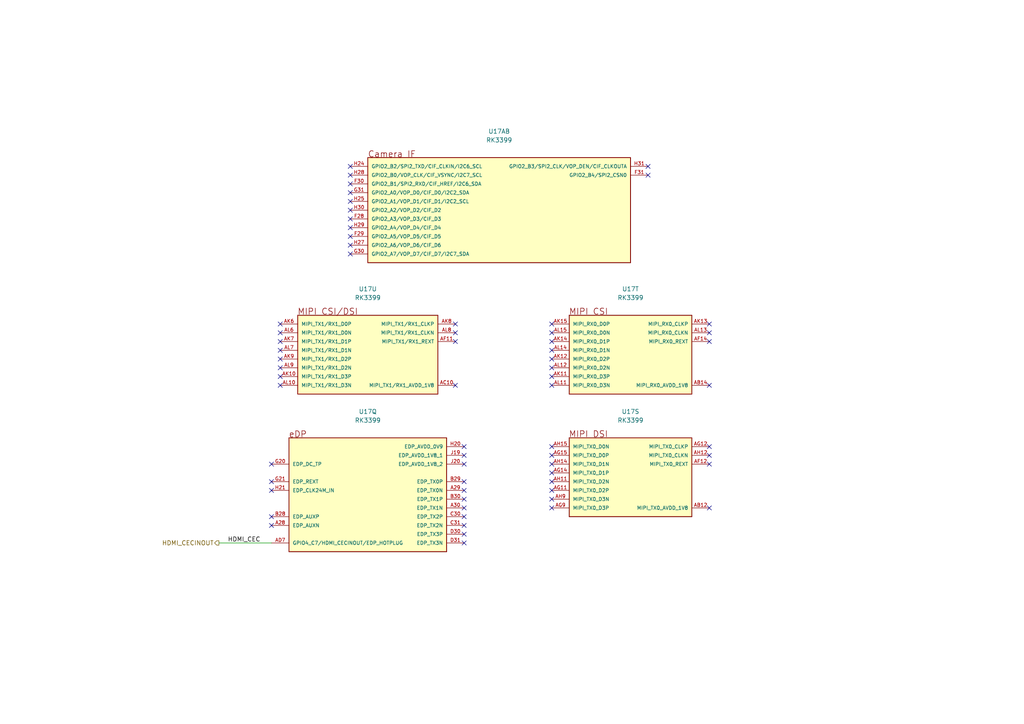
<source format=kicad_sch>
(kicad_sch (version 20250114) (generator "eeschema") (generator_version "9.0")
  (paper "A4")
  (title_block (title "CPU-RK3399 SVP Interface") (date "2026-01-14") (rev "1.0.0") (company "TickLab") (comment 1 "VESA-SBC3399"))
  (lib_symbols
    (symbol "component_library:System On Chip (SoC)/RK3399" (pin_names (offset 1.016))
      (property "Reference" "U" (at -22.86 119.38 0))
      (property "Value" "RK3399" (at -18.4683 -124.354 0))
      (symbol "System On Chip (SoC)/RK3399_1_0"
        (text "Internal Logic Ground and Digital IO Ground" (at -30.48 116.84 0) (effects (font (size 1.7823 1.7823)) (justify left bottom)))
        (pin power_in line (at -20.32 114.3 0) (length 5.08) (name "VSS_1") (number "A1"))
        (pin power_in line (at -20.32 111.76 0) (length 5.08) (name "VSS_2") (number "A27"))
        (pin power_in line (at -20.32 109.22 0) (length 5.08) (name "VSS_3") (number "A31"))
        (pin power_in line (at -20.32 106.68 0) (length 5.08) (name "VSS_4") (number "AA3"))
        (pin power_in line (at -20.32 104.14 0) (length 5.08) (name "VSS_5") (number "AA5"))
        (pin power_in line (at -20.32 101.6 0) (length 5.08) (name "VSS_6") (number "AA9"))
        (pin power_in line (at -20.32 99.06 0) (length 5.08) (name "VSS_7") (number "AF18"))
        (pin power_in line (at -20.32 96.52 0) (length 5.08) (name "VSS_8") (number "Y3"))
        (pin power_in line (at -20.32 93.98 0) (length 5.08) (name "VSS_9") (number "AB9"))
        (pin power_in line (at -20.32 91.44 0) (length 5.08) (name "VSS_10") (number "AF20"))
        (pin power_in line (at -20.32 88.9 0) (length 5.08) (name "VSS_11") (number "AD22"))
        (pin power_in line (at -20.32 86.36 0) (length 5.08) (name "VSS_12") (number "AC22"))
        (pin power_in line (at -20.32 83.82 0) (length 5.08) (name "VSS_13") (number "AC20"))
        (pin power_in line (at -20.32 81.28 0) (length 5.08) (name "VSS_14") (number "AE23"))
        (pin power_in line (at -20.32 78.74 0) (length 5.08) (name "VSS_15") (number "Y10"))
        (pin power_in line (at -20.32 76.2 0) (length 5.08) (name "VSS_16") (number "AC3"))
        (pin power_in line (at -20.32 73.66 0) (length 5.08) (name "VSS_17") (number "AD3"))
        (pin power_in line (at -20.32 71.12 0) (length 5.08) (name "VSS_18") (number "AD5"))
        (pin power_in line (at -20.32 68.58 0) (length 5.08) (name "VSS_19") (number "AD10"))
        (pin power_in line (at -20.32 66.04 0) (length 5.08) (name "VSS_20") (number "AF9"))
        (pin power_in line (at -20.32 63.5 0) (length 5.08) (name "VSS_21") (number "AG2"))
        (pin power_in line (at -20.32 60.96 0) (length 5.08) (name "VSS_22") (number "AJ5"))
        (pin power_in line (at -20.32 58.42 0) (length 5.08) (name "VSS_23") (number "AL1"))
        (pin power_in line (at -20.32 55.88 0) (length 5.08) (name "VSS_24") (number "B5"))
        (pin power_in line (at -20.32 53.34 0) (length 5.08) (name "VSS_25") (number "C8"))
        (pin power_in line (at -20.32 50.8 0) (length 5.08) (name "VSS_26") (number "C9"))
        (pin power_in line (at -20.32 48.26 0) (length 5.08) (name "VSS_27") (number "C11"))
        (pin power_in line (at -20.32 45.72 0) (length 5.08) (name "VSS_28") (number "C12"))
        (pin power_in line (at -20.32 43.18 0) (length 5.08) (name "VSS_29") (number "C14"))
        (pin power_in line (at -20.32 40.64 0) (length 5.08) (name "VSS_30") (number "C15"))
        (pin power_in line (at -20.32 38.1 0) (length 5.08) (name "VSS_31") (number "C17"))
        (pin power_in line (at -20.32 35.56 0) (length 5.08) (name "VSS_32") (number "C18"))
        (pin power_in line (at -20.32 33.02 0) (length 5.08) (name "VSS_33") (number "C20"))
        (pin power_in line (at -20.32 30.48 0) (length 5.08) (name "VSS_34") (number "C21"))
        (pin power_in line (at -20.32 27.94 0) (length 5.08) (name "VSS_35") (number "C23"))
        (pin power_in line (at -20.32 25.4 0) (length 5.08) (name "VSS_36") (number "C24"))
        (pin power_in line (at -20.32 22.86 0) (length 5.08) (name "VSS_37") (number "C26"))
        (pin power_in line (at -20.32 20.32 0) (length 5.08) (name "VSS_38") (number "D5"))
        (pin power_in line (at -20.32 17.78 0) (length 5.08) (name "VSS_39") (number "E2"))
        (pin power_in line (at -20.32 15.24 0) (length 5.08) (name "VSS_40") (number "E4"))
        (pin power_in line (at -20.32 12.7 0) (length 5.08) (name "VSS_41") (number "E7"))
        (pin power_in line (at -20.32 10.16 0) (length 5.08) (name "VSS_42") (number "E12"))
        (pin power_in line (at -20.32 7.62 0) (length 5.08) (name "VSS_43") (number "E15"))
        (pin power_in line (at -20.32 5.08 0) (length 5.08) (name "VSS_44") (number "E18"))
        (pin power_in line (at -20.32 2.54 0) (length 5.08) (name "VSS_45") (number "E21"))
        (pin power_in line (at -20.32 0 0) (length 5.08) (name "VSS_46") (number "E24"))
        (pin power_in line (at -20.32 -2.54 0) (length 5.08) (name "VSS_47") (number "E31"))
        (pin power_in line (at -20.32 -5.08 0) (length 5.08) (name "VSS_48") (number "F8"))
        (pin power_in line (at -20.32 -7.62 0) (length 5.08) (name "VSS_49") (number "F15"))
        (pin power_in line (at -20.32 -10.16 0) (length 5.08) (name "VSS_50") (number "F18"))
        (pin power_in line (at -20.32 -12.7 0) (length 5.08) (name "VSS_51") (number "F20"))
        (pin power_in line (at -20.32 -15.24 0) (length 5.08) (name "VSS_52") (number "F21"))
        (pin power_in line (at -20.32 -17.78 0) (length 5.08) (name "VSS_53") (number "G5"))
        (pin power_in line (at -20.32 -20.32 0) (length 5.08) (name "VSS_54") (number "G9"))
        (pin power_in line (at -20.32 -22.86 0) (length 5.08) (name "VSS_55") (number "G18"))
        (pin power_in line (at -20.32 -25.4 0) (length 5.08) (name "VSS_56") (number "G27"))
        (pin power_in line (at -20.32 -27.94 0) (length 5.08) (name "VSS_57") (number "H3"))
        (pin power_in line (at -20.32 -30.48 0) (length 5.08) (name "VSS_58") (number "H9"))
        (pin power_in line (at -20.32 -33.02 0) (length 5.08) (name "VSS_59") (number "H10"))
        (pin power_in line (at -20.32 -35.56 0) (length 5.08) (name "VSS_60") (number "H11"))
        (pin power_in line (at -20.32 -38.1 0) (length 5.08) (name "VSS_61") (number "H12"))
        (pin power_in line (at -20.32 -40.64 0) (length 5.08) (name "VSS_62") (number "H13"))
        (pin power_in line (at -20.32 -43.18 0) (length 5.08) (name "VSS_63") (number "H15"))
        (pin power_in line (at -20.32 -45.72 0) (length 5.08) (name "VSS_64") (number "H16"))
        (pin power_in line (at -20.32 -48.26 0) (length 5.08) (name "VSS_65") (number "H17"))
        (pin power_in line (at -20.32 -50.8 0) (length 5.08) (name "VSS_66") (number "H18"))
        (pin power_in line (at -20.32 -53.34 0) (length 5.08) (name "VSS_67") (number "H26"))
        (pin power_in line (at -20.32 -55.88 0) (length 5.08) (name "VSS_68") (number "J3"))
        (pin power_in line (at -20.32 -58.42 0) (length 5.08) (name "VSS_69") (number "J6"))
        (pin power_in line (at -20.32 -60.96 0) (length 5.08) (name "VSS_70") (number "J7"))
        (pin power_in line (at -20.32 -63.5 0) (length 5.08) (name "VSS_71") (number "J8"))
        (pin power_in line (at -20.32 -66.04 0) (length 5.08) (name "VSS_72") (number "J9"))
        (pin power_in line (at -20.32 -68.58 0) (length 5.08) (name "VSS_73") (number "J10"))
        (pin power_in line (at -20.32 -71.12 0) (length 5.08) (name "VSS_74") (number "K8"))
        (pin power_in line (at -20.32 -73.66 0) (length 5.08) (name "VSS_75") (number "K9"))
        (pin power_in line (at -20.32 -76.2 0) (length 5.08) (name "VSS_76") (number "K10"))
        (pin power_in line (at -20.32 -78.74 0) (length 5.08) (name "VSS_77") (number "K12"))
        (pin power_in line (at -20.32 -81.28 0) (length 5.08) (name "VSS_78") (number "K14"))
        (pin power_in line (at -20.32 -83.82 0) (length 5.08) (name "VSS_79") (number "K16"))
        (pin power_in line (at -20.32 -86.36 0) (length 5.08) (name "VSS_80") (number "K18"))
        (pin power_in line (at -20.32 -88.9 0) (length 5.08) (name "VSS_81") (number "W21"))
        (pin power_in line (at -20.32 -91.44 0) (length 5.08) (name "VSS_82") (number "K20"))
        (pin power_in line (at -20.32 -93.98 0) (length 5.08) (name "VSS_83") (number "N19"))
        (pin power_in line (at -20.32 -96.52 0) (length 5.08) (name "VSS_84") (number "K22"))
        (pin power_in line (at -20.32 -99.06 0) (length 5.08) (name "VSS_85") (number "L3"))
        (pin power_in line (at -20.32 -101.6 0) (length 5.08) (name "VSS_86") (number "L6"))
        (pin power_in line (at -20.32 -104.14 0) (length 5.08) (name "VSS_87") (number "L8"))
        (pin power_in line (at -20.32 -106.68 0) (length 5.08) (name "VSS_88") (number "L11"))
        (pin power_in line (at -20.32 -109.22 0) (length 5.08) (name "VSS_89") (number "L12"))
        (pin power_in line (at -20.32 -111.76 0) (length 5.08) (name "VSS_90") (number "L13"))
        (pin power_in line (at 20.32 114.3 180) (length 5.08) (name "VSS_91") (number "L14"))
        (pin power_in line (at 20.32 111.76 180) (length 5.08) (name "VSS_92") (number "L15"))
        (pin power_in line (at 20.32 109.22 180) (length 5.08) (name "VSS_93") (number "L16"))
        (pin power_in line (at 20.32 106.68 180) (length 5.08) (name "VSS_94") (number "N17"))
        (pin power_in line (at 20.32 104.14 180) (length 5.08) (name "VSS_95") (number "Y17"))
        (pin power_in line (at 20.32 101.6 180) (length 5.08) (name "VSS_96") (number "L20"))
        (pin power_in line (at 20.32 99.06 180) (length 5.08) (name "VSS_97") (number "L22"))
        (pin power_in line (at 20.32 96.52 180) (length 5.08) (name "VSS_98") (number "N21"))
        (pin power_in line (at 20.32 93.98 180) (length 5.08) (name "VSS_99") (number "L27"))
        (pin power_in line (at 20.32 91.44 180) (length 5.08) (name "VSS_100") (number "M3"))
        (pin power_in line (at 20.32 88.9 180) (length 5.08) (name "VSS_101") (number "M8"))
        (pin power_in line (at 20.32 86.36 180) (length 5.08) (name "VSS_102") (number "M10"))
        (pin power_in line (at 20.32 83.82 180) (length 5.08) (name "VSS_103") (number "M16"))
        (pin power_in line (at 20.32 81.28 180) (length 5.08) (name "VSS_104") (number "M23"))
        (pin power_in line (at 20.32 78.74 180) (length 5.08) (name "VSS_105") (number "N8"))
        (pin power_in line (at 20.32 76.2 180) (length 5.08) (name "VSS_106") (number "P11"))
        (pin power_in line (at 20.32 73.66 180) (length 5.08) (name "VSS_107") (number "P12"))
        (pin power_in line (at 20.32 71.12 180) (length 5.08) (name "VSS_108") (number "N13"))
        (pin power_in line (at 20.32 68.58 180) (length 5.08) (name "VSS_109") (number "N14"))
        (pin power_in line (at 20.32 66.04 180) (length 5.08) (name "VSS_110") (number "N15"))
        (pin power_in line (at 20.32 63.5 180) (length 5.08) (name "VSS_111") (number "N16"))
        (pin power_in line (at 20.32 60.96 180) (length 5.08) (name "VSS_112") (number "P3"))
        (pin power_in line (at 20.32 58.42 180) (length 5.08) (name "VSS_113") (number "P6"))
        (pin power_in line (at 20.32 55.88 180) (length 5.08) (name "VSS_114") (number "P7"))
        (pin power_in line (at 20.32 53.34 180) (length 5.08) (name "VSS_115") (number "P8"))
        (pin power_in line (at 20.32 50.8 180) (length 5.08) (name "VSS_116") (number "P10"))
        (pin power_in line (at 20.32 48.26 180) (length 5.08) (name "VSS_117") (number "P16"))
        (pin power_in line (at 20.32 45.72 180) (length 5.08) (name "VSS_118") (number "Y16"))
        (pin power_in line (at 20.32 43.18 180) (length 5.08) (name "VSS_119") (number "P19"))
        (pin power_in line (at 20.32 40.64 180) (length 5.08) (name "VSS_120") (number "R21"))
        (pin power_in line (at 20.32 38.1 180) (length 5.08) (name "VSS_121") (number "P21"))
        (pin power_in line (at 20.32 35.56 180) (length 5.08) (name "VSS_122") (number "T19"))
        (pin power_in line (at 20.32 33.02 180) (length 5.08) (name "VSS_123") (number "R3"))
        (pin power_in line (at 20.32 30.48 180) (length 5.08) (name "VSS_124") (number "R5"))
        (pin power_in line (at 20.32 27.94 180) (length 5.08) (name "VSS_125") (number "R6"))
        (pin power_in line (at 20.32 25.4 180) (length 5.08) (name "VSS_126") (number "U11"))
        (pin power_in line (at 20.32 22.86 180) (length 5.08) (name "VSS_127") (number "U12"))
        (pin power_in line (at 20.32 20.32 180) (length 5.08) (name "VSS_128") (number "W13"))
        (pin power_in line (at 20.32 17.78 180) (length 5.08) (name "VSS_129") (number "R14"))
        (pin power_in line (at 20.32 15.24 180) (length 5.08) (name "VSS_130") (number "R15"))
        (pin power_in line (at 20.32 12.7 180) (length 5.08) (name "VSS_131") (number "R16"))
        (pin power_in line (at 20.32 10.16 180) (length 5.08) (name "VSS_132") (number "AC21"))
        (pin power_in line (at 20.32 7.62 180) (length 5.08) (name "VSS_133") (number "R23"))
        (pin power_in line (at 20.32 5.08 180) (length 5.08) (name "VSS_134") (number "T8"))
        (pin power_in line (at 20.32 2.54 180) (length 5.08) (name "VSS_135") (number "T10"))
        (pin power_in line (at 20.32 0 180) (length 5.08) (name "VSS_136") (number "Y12"))
        (pin power_in line (at 20.32 -2.54 180) (length 5.08) (name "VSS_137") (number "U14"))
        (pin power_in line (at 20.32 -5.08 180) (length 5.08) (name "VSS_138") (number "T16"))
        (pin power_in line (at 20.32 -7.62 180) (length 5.08) (name "VSS_139") (number "T21"))
        (pin power_in line (at 20.32 -10.16 180) (length 5.08) (name "VSS_140") (number "AB19"))
        (pin power_in line (at 20.32 -12.7 180) (length 5.08) (name "VSS_141") (number "U3"))
        (pin power_in line (at 20.32 -15.24 180) (length 5.08) (name "VSS_142") (number "U8"))
        (pin power_in line (at 20.32 -17.78 180) (length 5.08) (name "VSS_143") (number "U15"))
        (pin power_in line (at 20.32 -20.32 180) (length 5.08) (name "VSS_144") (number "U16"))
        (pin power_in line (at 20.32 -22.86 180) (length 5.08) (name "VSS_145") (number "AC18"))
        (pin power_in line (at 20.32 -25.4 180) (length 5.08) (name "VSS_146") (number "U19"))
        (pin power_in line (at 20.32 -27.94 180) (length 5.08) (name "VSS_147") (number "U21"))
        (pin power_in line (at 20.32 -30.48 180) (length 5.08) (name "VSS_148") (number "V17"))
        (pin power_in line (at 20.32 -33.02 180) (length 5.08) (name "VSS_149") (number "U22"))
        (pin power_in line (at 20.32 -35.56 180) (length 5.08) (name "VSS_150") (number "U29"))
        (pin power_in line (at 20.32 -38.1 180) (length 5.08) (name "VSS_151") (number "V3"))
        (pin power_in line (at 20.32 -40.64 180) (length 5.08) (name "VSS_152") (number "V5"))
        (pin power_in line (at 20.32 -43.18 180) (length 5.08) (name "VSS_153") (number "V8"))
        (pin power_in line (at 20.32 -45.72 180) (length 5.08) (name "VSS_154") (number "V10"))
        (pin power_in line (at 20.32 -48.26 180) (length 5.08) (name "VSS_155") (number "Y11"))
        (pin power_in line (at 20.32 -50.8 180) (length 5.08) (name "VSS_156") (number "Y14"))
        (pin power_in line (at 20.32 -53.34 180) (length 5.08) (name "VSS_157") (number "Y15"))
        (pin power_in line (at 20.32 -55.88 180) (length 5.08) (name "VSS_158") (number "W22"))
        (pin power_in line (at 20.32 -58.42 180) (length 5.08) (name "VSS_159") (number "W17"))
        (pin power_in line (at 20.32 -60.96 180) (length 5.08) (name "VSS_160") (number "W30"))
        (pin power_in line (at 20.32 -63.5 180) (length 5.08) (name "VSS_161") (number "W8"))
        (pin power_in line (at 20.32 -66.04 180) (length 5.08) (name "VSS_162") (number "W9"))
        (pin power_in line (at 20.32 -68.58 180) (length 5.08) (name "VSS_163") (number "AD21"))
        (pin power_in line (at 20.32 -71.12 180) (length 5.08) (name "VSS_164") (number "Y13"))
        (pin power_in line (at 20.32 -73.66 180) (length 5.08) (name "VSS_165") (number "R18"))
        (pin power_in line (at 20.32 -76.2 180) (length 5.08) (name "VSS_166") (number "Y9"))
        (pin power_in line (at 20.32 -78.74 180) (length 5.08) (name "VSS_167") (number "W19"))
        (pin power_in line (at 20.32 -81.28 180) (length 5.08) (name "VSS_168") (number "T18"))
        (pin power_in line (at 20.32 -83.82 180) (length 5.08) (name "VSS_169") (number "W18"))
        (pin power_in line (at 20.32 -86.36 180) (length 5.08) (name "VSS_170") (number "Y20"))
        (pin power_in line (at 20.32 -88.9 180) (length 5.08) (name "VSS_171") (number "AJ28"))
        (pin power_in line (at 20.32 -91.44 180) (length 5.08) (name "VSS_172") (number "AJ21"))
        (pin power_in line (at 20.32 -93.98 180) (length 5.08) (name "VSS_173") (number "AJ23"))
        (pin power_in line (at 20.32 -96.52 180) (length 5.08) (name "VSS_174") (number "AJ24"))
        (pin power_in line (at 20.32 -99.06 180) (length 5.08) (name "VSS_175") (number "AJ26"))
        (pin power_in line (at 20.32 -101.6 180) (length 5.08) (name "VSS_176") (number "AJ27"))
        (pin power_in line (at 20.32 -104.14 180) (length 5.08) (name "VSS_177") (number "AA13"))
        (pin power_in line (at 20.32 -106.68 180) (length 5.08) (name "VSS_178") (number "AL31"))
        (pin power_in line (at 20.32 -109.22 180) (length 5.08) (name "VSS_179") (number "AA10"))
        (pin power_in line (at 20.32 -111.76 180) (length 5.08) (name "VSS_180") (number "AJ20"))
      )
      (symbol "System On Chip (SoC)/RK3399_2_0"
        (text "Analog Ground" (at -15.3236 48.4013 0) (effects (font (size 1.784 1.784)) (justify left bottom)))
        (pin power_in line (at -20.32 43.18 0) (length 5.08) (name "AVSS_1") (number "Y23"))
        (pin power_in line (at -20.32 40.64 0) (length 5.08) (name "AVSS_2") (number "AF23"))
        (pin power_in line (at -20.32 38.1 0) (length 5.08) (name "AVSS_3") (number "AF24"))
        (pin power_in line (at -20.32 35.56 0) (length 5.08) (name "AVSS_4") (number "AA23"))
        (pin power_in line (at -20.32 33.02 0) (length 5.08) (name "AVSS_5") (number "AB23"))
        (pin power_in line (at -20.32 30.48 0) (length 5.08) (name "AVSS_6") (number "AA26"))
        (pin power_in line (at -20.32 27.94 0) (length 5.08) (name "AVSS_7") (number "AA29"))
        (pin power_in line (at -20.32 25.4 0) (length 5.08) (name "AVSS_8") (number "AB11"))
        (pin power_in line (at -20.32 22.86 0) (length 5.08) (name "AVSS_9") (number "AB13"))
        (pin power_in line (at -20.32 20.32 0) (length 5.08) (name "AVSS_10") (number "AC15"))
        (pin power_in line (at -20.32 17.78 0) (length 5.08) (name "AVSS_11") (number "AD13"))
        (pin power_in line (at -20.32 15.24 0) (length 5.08) (name "AVSS_12") (number "AB10"))
        (pin power_in line (at -20.32 12.7 0) (length 5.08) (name "AVSS_13") (number "AA11"))
        (pin power_in line (at -20.32 10.16 0) (length 5.08) (name "AVSS_14") (number "AC26"))
        (pin power_in line (at -20.32 7.62 0) (length 5.08) (name "AVSS_15") (number "AC29"))
        (pin power_in line (at -20.32 5.08 0) (length 5.08) (name "AVSS_16") (number "AD17"))
        (pin power_in line (at -20.32 2.54 0) (length 5.08) (name "AVSS_17") (number "AA12"))
        (pin power_in line (at -20.32 0 0) (length 5.08) (name "AVSS_18") (number "AC16"))
        (pin power_in line (at -20.32 -2.54 0) (length 5.08) (name "AVSS_19") (number "AC23"))
        (pin power_in line (at -20.32 -5.08 0) (length 5.08) (name "AVSS_20") (number "AD29"))
        (pin power_in line (at -20.32 -7.62 0) (length 5.08) (name "AVSS_21") (number "AE11"))
        (pin power_in line (at -20.32 -10.16 0) (length 5.08) (name "AVSS_22") (number "AE12"))
        (pin power_in line (at -20.32 -12.7 0) (length 5.08) (name "AVSS_23") (number "AE14"))
        (pin power_in line (at -20.32 -15.24 0) (length 5.08) (name "AVSS_24") (number "AE17"))
        (pin power_in line (at -20.32 -17.78 0) (length 5.08) (name "AVSS_25") (number "AE27"))
        (pin power_in line (at -20.32 -20.32 0) (length 5.08) (name "AVSS_26") (number "AA14"))
        (pin power_in line (at -20.32 -22.86 0) (length 5.08) (name "AVSS_27") (number "AF17"))
        (pin power_in line (at -20.32 -25.4 0) (length 5.08) (name "AVSS_28") (number "AF29"))
        (pin power_in line (at -20.32 -27.94 0) (length 5.08) (name "AVSS_29") (number "AG29"))
        (pin power_in line (at -20.32 -30.48 0) (length 5.08) (name "AVSS_30") (number "AH29"))
        (pin power_in line (at -20.32 -33.02 0) (length 5.08) (name "AVSS_31") (number "AJ6"))
        (pin power_in line (at -20.32 -35.56 0) (length 5.08) (name "AVSS_32") (number "AJ8"))
        (pin power_in line (at -20.32 -38.1 0) (length 5.08) (name "AVSS_33") (number "AJ9"))
        (pin power_in line (at -20.32 -40.64 0) (length 5.08) (name "AVSS_34") (number "AJ11"))
        (pin power_in line (at -20.32 -43.18 0) (length 5.08) (name "AVSS_35") (number "AJ12"))
        (pin power_in line (at 20.32 43.18 180) (length 5.08) (name "AVSS_36") (number "AJ14"))
        (pin power_in line (at 20.32 40.64 180) (length 5.08) (name "AVSS_37") (number "AJ15"))
        (pin power_in line (at 20.32 38.1 180) (length 5.08) (name "AVSS_38") (number "AJ17"))
        (pin power_in line (at 20.32 35.56 180) (length 5.08) (name "AVSS_39") (number "AJ18"))
        (pin power_in line (at 20.32 33.02 180) (length 5.08) (name "AVSS_40") (number "AD26"))
        (pin power_in line (at 20.32 30.48 180) (length 5.08) (name "AVSS_41") (number "AB16"))
        (pin power_in line (at 20.32 27.94 180) (length 5.08) (name "AVSS_42") (number "AB15"))
        (pin power_in line (at 20.32 25.4 180) (length 5.08) (name "AVSS_43") (number "AC17"))
        (pin power_in line (at 20.32 22.86 180) (length 5.08) (name "AVSS_44") (number "AC11"))
        (pin power_in line (at 20.32 20.32 180) (length 5.08) (name "AVSS_45") (number "AC13"))
        (pin power_in line (at 20.32 17.78 180) (length 5.08) (name "AVSS_46") (number "W23"))
        (pin power_in line (at 20.32 15.24 180) (length 5.08) (name "AVSS_47") (number "AJ29"))
        (pin power_in line (at 20.32 12.7 180) (length 5.08) (name "AVSS_48") (number "Y29"))
        (pin power_in line (at 20.32 10.16 180) (length 5.08) (name "AVSS_49") (number "U23"))
        (pin power_in line (at 20.32 7.62 180) (length 5.08) (name "AVSS_50") (number "V23"))
        (pin power_in line (at 20.32 5.08 180) (length 5.08) (name "AVSS_51") (number "AC25"))
        (pin power_in line (at 20.32 2.54 180) (length 5.08) (name "AVSS_52") (number "AB17"))
        (pin power_in line (at 20.32 0 180) (length 5.08) (name "AVSS_53") (number "AA15"))
        (pin power_in line (at 20.32 -7.62 180) (length 5.08) (name "EDP_AVSS_1") (number "B31"))
        (pin power_in line (at 20.32 -10.16 180) (length 5.08) (name "EDP_AVSS_2") (number "C28"))
        (pin power_in line (at 20.32 -12.7 180) (length 5.08) (name "EDP_AVSS_3") (number "C29"))
        (pin power_in line (at 20.32 -15.24 180) (length 5.08) (name "EDP_AVSS_4") (number "D29"))
        (pin power_in line (at 20.32 -17.78 180) (length 5.08) (name "EDP_AVSS_5") (number "H19"))
        (pin power_in line (at 20.32 -20.32 180) (length 5.08) (name "EDP_AVSS_6") (number "J21"))
        (pin power_in line (at 20.32 -30.48 180) (length 5.08) (name "PLL_AVSS") (number "P17"))
      )
      (symbol "System On Chip (SoC)/RK3399_3_0"
        (text "Internal Center Logic Power" (at -17.78 7.62 0) (effects (font (size 1.7808 1.7808)) (justify left bottom)))
        (pin power_in line (at -25.4 5.08 0) (length 5.08) (name "CENTERLOGIC_VDD_1") (number "M11"))
        (pin power_in line (at -25.4 2.54 0) (length 5.08) (name "CENTERLOGIC_VDD_2") (number "M12"))
        (pin power_in line (at -25.4 0 0) (length 5.08) (name "CENTERLOGIC_VDD_3") (number "M13"))
        (pin power_in line (at -25.4 -2.54 0) (length 5.08) (name "CENTERLOGIC_VDD_4") (number "M14"))
        (pin power_in line (at -25.4 -5.08 0) (length 5.08) (name "CENTERLOGIC_VDD_5") (number "M15"))
        (pin power_in line (at 25.4 5.08 180) (length 5.08) (name "CENTERLOGIC_VDD_6") (number "N11"))
        (pin power_in line (at 25.4 2.54 180) (length 5.08) (name "CENTERLOGIC_VDD_7") (number "N12"))
        (pin power_in line (at 25.4 0 180) (length 5.08) (name "CENTERLOGIC_VDD_8") (number "P13"))
        (pin power_in line (at 25.4 -2.54 180) (length 5.08) (name "CENTERLOGIC_VDD_9") (number "P14"))
        (pin power_in line (at 25.4 -5.08 180) (length 5.08) (name "CENTERLOGIC_VDD_10") (number "P15"))
      )
      (symbol "System On Chip (SoC)/RK3399_4_0"
        (text "Internal GPU Power" (at -15.3324 15.3417 0) (effects (font (size 1.7843 1.7843)) (justify left bottom)))
        (pin power_in line (at -20.32 12.7 0) (length 5.08) (name "GPU_VDD_1") (number "W11"))
        (pin power_in line (at -20.32 10.16 0) (length 5.08) (name "GPU_VDD_2") (number "W12"))
        (pin power_in line (at -20.32 7.62 0) (length 5.08) (name "GPU_VDD_3") (number "W14"))
        (pin power_in line (at -20.32 5.08 0) (length 5.08) (name "GPU_VDD_4") (number "V15"))
        (pin power_in line (at -20.32 2.54 0) (length 5.08) (name "GPU_VDD_5") (number "V14"))
        (pin power_in line (at -20.32 0 0) (length 5.08) (name "GPU_VDD_6") (number "V13"))
        (pin power_in line (at -20.32 -2.54 0) (length 5.08) (name "GPU_VDD_7") (number "U13"))
        (pin power_in line (at -20.32 -5.08 0) (length 5.08) (name "GPU_VDD_8") (number "R11"))
        (pin power_in line (at -20.32 -7.62 0) (length 5.08) (name "GPU_VDD_9") (number "R12"))
        (pin power_in line (at -20.32 -10.16 0) (length 5.08) (name "GPU_VDD_10") (number "T11"))
        (pin power_in line (at 20.32 12.7 180) (length 5.08) (name "GPU_VDD_11") (number "T12"))
        (pin power_in line (at 20.32 10.16 180) (length 5.08) (name "GPU_VDD_12") (number "T13"))
        (pin power_in line (at 20.32 7.62 180) (length 5.08) (name "GPU_VDD_13") (number "R13"))
        (pin power_in line (at 20.32 5.08 180) (length 5.08) (name "GPU_VDD_14") (number "T14"))
        (pin power_in line (at 20.32 2.54 180) (length 5.08) (name "GPU_VDD_15") (number "V11"))
        (pin power_in line (at 20.32 0 180) (length 5.08) (name "GPU_VDD_16") (number "V12"))
        (pin power_in line (at 20.32 -2.54 180) (length 5.08) (name "GPU_VDD_17") (number "V16"))
        (pin power_in line (at 20.32 -5.08 180) (length 5.08) (name "GPU_VDD_18") (number "W16"))
        (pin power_in line (at 20.32 -7.62 180) (length 5.08) (name "GPU_VDD_19") (number "W15"))
        (pin power_in line (at 20.32 -10.16 180) (length 5.08) (name "GPU_VDD_20") (number "W10"))
        (pin power_out line (at 20.32 -12.7 180) (length 5.08) (name "GPU_VDD_COM") (number "T15"))
      )
      (symbol "System On Chip (SoC)/RK3399_5_0"
        (text "Internal BIG CPU A72 Power" (at -17.78 10.16 0) (effects (font (size 1.7837 1.7837)) (justify left bottom)))
        (pin power_in line (at -20.32 7.62 0) (length 5.08) (name "BIGCPU_VDD_1") (number "L19"))
        (pin power_in line (at -20.32 5.08 0) (length 5.08) (name "BIGCPU_VDD_2") (number "L21"))
        (pin power_in line (at -20.32 2.54 0) (length 5.08) (name "BIGCPU_VDD_3") (number "M18"))
        (pin power_in line (at -20.32 0 0) (length 5.08) (name "BIGCPU_VDD_4") (number "M19"))
        (pin power_in line (at -20.32 -2.54 0) (length 5.08) (name "BIGCPU_VDD_5") (number "M20"))
        (pin power_in line (at -20.32 -5.08 0) (length 5.08) (name "BIGCPU_VDD_6") (number "M21"))
        (pin power_in line (at -20.32 -7.62 0) (length 5.08) (name "BIGCPU_VDD_7") (number "M22"))
        (pin power_in line (at 20.32 7.62 180) (length 5.08) (name "BIGCPU_VDD_8") (number "L18"))
        (pin power_in line (at 20.32 5.08 180) (length 5.08) (name "BIGCPU_VDD_9") (number "N22"))
        (pin power_in line (at 20.32 2.54 180) (length 5.08) (name "BIGCPU_VDD_10") (number "N20"))
        (pin power_in line (at 20.32 0 180) (length 5.08) (name "BIGCPU_VDD_11") (number "L23"))
        (pin power_in line (at 20.32 -2.54 180) (length 5.08) (name "BIGCPU_VDD_12") (number "K19"))
        (pin power_in line (at 20.32 -5.08 180) (length 5.08) (name "BIGCPU_VDD_13") (number "K21"))
        (pin power_out line (at 20.32 -7.62 180) (length 5.08) (name "BIGCPU_VDD_COM") (number "N18"))
      )
      (symbol "System On Chip (SoC)/RK3399_6_0"
        (text "Internal Logic Power" (at -15.24 10.16 0) (effects (font (size 1.7838 1.7838)) (justify left bottom)))
        (pin power_in line (at -20.32 7.62 0) (length 5.08) (name "LOGIC_VDD_1") (number "V22"))
        (pin power_in line (at -20.32 5.08 0) (length 5.08) (name "LOGIC_VDD_2") (number "V21"))
        (pin power_in line (at -20.32 2.54 0) (length 5.08) (name "LOGIC_VDD_3") (number "V20"))
        (pin power_in line (at -20.32 0 0) (length 5.08) (name "LOGIC_VDD_4") (number "V19"))
        (pin power_in line (at -20.32 -2.54 0) (length 5.08) (name "LOGIC_VDD_5") (number "V18"))
        (pin power_in line (at -20.32 -5.08 0) (length 5.08) (name "LOGIC_VDD_6") (number "W20"))
        (pin power_in line (at 20.32 7.62 180) (length 5.08) (name "LOGIC_VDD_7") (number "U18"))
        (pin power_in line (at 20.32 5.08 180) (length 5.08) (name "LOGIC_VDD_8") (number "U17"))
        (pin power_in line (at 20.32 2.54 180) (length 5.08) (name "LOGIC_VDD_9") (number "M17"))
        (pin power_in line (at 20.32 0 180) (length 5.08) (name "LOGIC_VDD_10") (number "L17"))
        (pin power_in line (at 20.32 -2.54 180) (length 5.08) (name "LOGIC_VDD_11") (number "T17"))
        (pin power_in line (at 20.32 -5.08 180) (length 5.08) (name "LOGIC_VDD_12") (number "U20"))
      )
      (symbol "System On Chip (SoC)/RK3399_7_0"
        (text "Internal LITTLE CPU A53 Power" (at -20.4095 5.1351 0) (effects (font (size 1.7835 1.7835)) (justify left bottom)))
        (pin power_in line (at -20.32 2.54 0) (length 5.08) (name "LITCPU_VDD_1") (number "P20"))
        (pin power_in line (at -20.32 0 0) (length 5.08) (name "LITCPU_VDD_2") (number "R19"))
        (pin power_in line (at -20.32 -2.54 0) (length 5.08) (name "LITCPU_VDD_3") (number "R20"))
        (pin power_in line (at -20.32 -5.08 0) (length 5.08) (name "LITCPU_VDD_4") (number "P22"))
        (pin power_in line (at 20.32 2.54 180) (length 5.08) (name "LITCPU_VDD_5") (number "T22"))
        (pin power_in line (at 20.32 0 180) (length 5.08) (name "LITCPU_VDD_6") (number "T20"))
        (pin power_in line (at 20.32 -2.54 180) (length 5.08) (name "LITCPU_VDD_7") (number "R22"))
      )
      (symbol "System On Chip (SoC)/RK3399_8_0"
        (text "PCIe differential data I/O signals" (at -20.4082 22.9382 0) (effects (font (size 1.7834 1.7834)) (justify left bottom)))
        (pin input line (at -25.4 20.32 0) (length 5.08) (name "PCIE_RX0_P") (number "AF30"))
        (pin input line (at -25.4 17.78 0) (length 5.08) (name "PCIE_RX0_N") (number "AF31"))
        (pin input line (at -25.4 12.7 0) (length 5.08) (name "PCIE_RX1_P") (number "AH30"))
        (pin input line (at -25.4 10.16 0) (length 5.08) (name "PCIE_RX1_N") (number "AH31"))
        (pin input line (at -25.4 5.08 0) (length 5.08) (name "PCIE_RX2_P") (number "AC27"))
        (pin input line (at -25.4 2.54 0) (length 5.08) (name "PCIE_RX2_N") (number "AC28"))
        (pin input line (at -25.4 -2.54 0) (length 5.08) (name "PCIE_RX3_P") (number "AF27"))
        (pin input line (at -25.4 -5.08 0) (length 5.08) (name "PCIE_RX3_N") (number "AF28"))
        (pin input clock (at -25.4 -10.16 0) (length 5.08) (name "GPIO4_D0/PCIE_CLKREQNB") (number "AE6"))
        (pin output line (at 25.4 20.32 180) (length 5.08) (name "PCIE_TX0_P") (number "AE30"))
        (pin output line (at 25.4 17.78 180) (length 5.08) (name "PCIE_TX0_N") (number "AE31"))
        (pin output line (at 25.4 12.7 180) (length 5.08) (name "PCIE_TX1_P") (number "AG30"))
        (pin output line (at 25.4 10.16 180) (length 5.08) (name "PCIE_TX1_N") (number "AG31"))
        (pin output line (at 25.4 5.08 180) (length 5.08) (name "PCIE_TX2_P") (number "AA27"))
        (pin output line (at 25.4 2.54 180) (length 5.08) (name "PCIE_TX2_N") (number "AA28"))
        (pin output line (at 25.4 -2.54 180) (length 5.08) (name "PCIE_TX3_P") (number "AD27"))
        (pin output line (at 25.4 -5.08 180) (length 5.08) (name "PCIE_TX3_N") (number "AD28"))
        (pin output line (at 25.4 -10.16 180) (length 5.08) (name "PCIE_RCLK_100M_P") (number "AD31"))
        (pin output line (at 25.4 -12.7 180) (length 5.08) (name "PCIE_RCLK_100M_N") (number "AD30"))
        (pin power_in line (at 25.4 -17.78 180) (length 5.08) (name "PCIE_AVDD_0V9") (number "W24"))
        (pin power_in line (at 25.4 -20.32 180) (length 5.08) (name "PCIE_AVDD_1V8") (number "Y24"))
      )
      (symbol "System On Chip (SoC)/RK3399_9_0"
        (text "DDRC0" (at -20.4006 73.8062 0) (effects (font (size 1.7827 1.7827)) (justify left bottom)))
        (pin bidirectional line (at -25.4 71.12 0) (length 5.08) (name "DDR0_DQ0") (number "AB2"))
        (pin bidirectional line (at -25.4 68.58 0) (length 5.08) (name "DDR0_DQ1") (number "AB1"))
        (pin bidirectional line (at -25.4 66.04 0) (length 5.08) (name "DDR0_DQ2") (number "AA2"))
        (pin bidirectional line (at -25.4 63.5 0) (length 5.08) (name "DDR0_DQ3") (number "AA1"))
        (pin bidirectional line (at -25.4 60.96 0) (length 5.08) (name "DDR0_DQ4") (number "Y2"))
        (pin bidirectional line (at -25.4 58.42 0) (length 5.08) (name "DDR0_DQ5") (number "Y1"))
        (pin bidirectional line (at -25.4 55.88 0) (length 5.08) (name "DDR0_DQ6") (number "W1"))
        (pin bidirectional line (at -25.4 53.34 0) (length 5.08) (name "DDR0_DQ7") (number "W2"))
        (pin bidirectional line (at -25.4 50.8 0) (length 5.08) (name "DDR0_DQ8") (number "AF2"))
        (pin bidirectional line (at -25.4 48.26 0) (length 5.08) (name "DDR0_DQ9") (number "AE2"))
        (pin bidirectional line (at -25.4 45.72 0) (length 5.08) (name "DDR0_DQ10") (number "AF1"))
        (pin bidirectional line (at -25.4 43.18 0) (length 5.08) (name "DDR0_DQ11") (number "AD2"))
        (pin bidirectional line (at -25.4 40.64 0) (length 5.08) (name "DDR0_DQ12") (number "AE1"))
        (pin bidirectional line (at -25.4 38.1 0) (length 5.08) (name "DDR0_DQ13") (number "AD1"))
        (pin bidirectional line (at -25.4 35.56 0) (length 5.08) (name "DDR0_DQ14") (number "AC1"))
        (pin bidirectional line (at -25.4 33.02 0) (length 5.08) (name "DDR0_DQ15") (number "AC2"))
        (pin bidirectional line (at -25.4 30.48 0) (length 5.08) (name "DDR0_DQ16") (number "V1"))
        (pin bidirectional line (at -25.4 27.94 0) (length 5.08) (name "DDR0_DQ17") (number "V2"))
        (pin bidirectional line (at -25.4 25.4 0) (length 5.08) (name "DDR0_DQ18") (number "U1"))
        (pin bidirectional line (at -25.4 22.86 0) (length 5.08) (name "DDR0_DQ19") (number "U2"))
        (pin bidirectional line (at -25.4 20.32 0) (length 5.08) (name "DDR0_DQ20") (number "T1"))
        (pin bidirectional line (at -25.4 17.78 0) (length 5.08) (name "DDR0_DQ21") (number "T2"))
        (pin bidirectional line (at -25.4 15.24 0) (length 5.08) (name "DDR0_DQ22") (number "R2"))
        (pin bidirectional line (at -25.4 12.7 0) (length 5.08) (name "DDR0_DQ23") (number "R1"))
        (pin bidirectional line (at -25.4 10.16 0) (length 5.08) (name "DDR0_DQ24") (number "P1"))
        (pin bidirectional line (at -25.4 7.62 0) (length 5.08) (name "DDR0_DQ25") (number "P2"))
        (pin bidirectional line (at -25.4 5.08 0) (length 5.08) (name "DDR0_DQ26") (number "N1"))
        (pin bidirectional line (at -25.4 2.54 0) (length 5.08) (name "DDR0_DQ27") (number "M1"))
        (pin bidirectional line (at -25.4 0 0) (length 5.08) (name "DDR0_DQ28") (number "N2"))
        (pin bidirectional line (at -25.4 -2.54 0) (length 5.08) (name "DDR0_DQ29") (number "L1"))
        (pin bidirectional line (at -25.4 -5.08 0) (length 5.08) (name "DDR0_DQ30") (number "M2"))
        (pin bidirectional line (at -25.4 -7.62 0) (length 5.08) (name "DDR0_DQ31") (number "L2"))
        (pin bidirectional line (at -25.4 -15.24 0) (length 5.08) (name "DDR0_DQS0P") (number "Y4"))
        (pin bidirectional line (at -25.4 -17.78 0) (length 5.08) (name "DDR0_DQS0N") (number "AA4"))
        (pin bidirectional line (at -25.4 -20.32 0) (length 5.08) (name "DDR0_DQS1P") (number "AC4"))
        (pin bidirectional line (at -25.4 -22.86 0) (length 5.08) (name "DDR0_DQS1N") (number "AD4"))
        (pin bidirectional line (at -25.4 -25.4 0) (length 5.08) (name "DDR0_DQS2P") (number "U4"))
        (pin bidirectional line (at -25.4 -27.94 0) (length 5.08) (name "DDR0_DQS2N") (number "V4"))
        (pin bidirectional line (at -25.4 -30.48 0) (length 5.08) (name "DDR0_DQS3P") (number "P4"))
        (pin bidirectional line (at -25.4 -33.02 0) (length 5.08) (name "DDR0_DQS3N") (number "R4"))
        (pin bidirectional line (at -25.4 -38.1 0) (length 5.08) (name "DDR0_PZQ") (number "R7"))
        (pin power_in line (at -25.4 -58.42 0) (length 5.08) (name "DDR0PLL_AVDD_0V9") (number "R8"))
        (pin power_in line (at -25.4 -60.96 0) (length 5.08) (name "DDR0_CLK_VDD") (number "M7"))
        (pin power_in line (at -25.4 -63.5 0) (length 5.08) (name "DDR0_VDD_1") (number "L9"))
        (pin power_in line (at -25.4 -66.04 0) (length 5.08) (name "DDR0_VDD_2") (number "L10"))
        (pin power_in line (at -25.4 -68.58 0) (length 5.08) (name "DDR0_VDD_3") (number "M9"))
        (pin power_in line (at -25.4 -71.12 0) (length 5.08) (name "DDR0_VDD_4") (number "N9"))
        (pin power_in line (at -25.4 -73.66 0) (length 5.08) (name "DDR0_VDD_5") (number "N10"))
        (pin power_in line (at -25.4 -76.2 0) (length 5.08) (name "DDR0_VDD_6") (number "P9"))
        (pin power_in line (at -25.4 -78.74 0) (length 5.08) (name "DDR0_VDD_7") (number "R9"))
        (pin output line (at 25.4 71.12 180) (length 5.08) (name "DDR0_CLK0P") (number "H4"))
        (pin output line (at 25.4 68.58 180) (length 5.08) (name "DDR0_CLK0N") (number "J4"))
        (pin output line (at 25.4 66.04 180) (length 5.08) (name "DDR0_CLK1P") (number "H5"))
        (pin output line (at 25.4 63.5 180) (length 5.08) (name "DDR0_CLK1N") (number "J5"))
        (pin output line (at 25.4 58.42 180) (length 5.08) (name "DDR0_RESETN") (number "L7"))
        (pin output line (at 25.4 55.88 180) (length 5.08) (name "DDR0_RASN") (number "F3"))
        (pin output line (at 25.4 53.34 180) (length 5.08) (name "DDR0_CASN") (number "H6"))
        (pin output line (at 25.4 45.72 180) (length 5.08) (name "DDR0_DM0") (number "Y5"))
        (pin output line (at 25.4 43.18 180) (length 5.08) (name "DDR0_DM1") (number "AC5"))
        (pin output line (at 25.4 40.64 180) (length 5.08) (name "DDR0_DM2") (number "U5"))
        (pin output line (at 25.4 38.1 180) (length 5.08) (name "DDR0_DM3") (number "P5"))
        (pin output line (at 25.4 33.02 180) (length 5.08) (name "DDR0_CSN0") (number "M6"))
        (pin output line (at 25.4 30.48 180) (length 5.08) (name "DDR0_CSN1") (number "B1"))
        (pin output line (at 25.4 27.94 180) (length 5.08) (name "DDR0_CSN2") (number "M5"))
        (pin output line (at 25.4 25.4 180) (length 5.08) (name "DDR0_CSN3") (number "C2"))
        (pin output line (at 25.4 22.86 180) (length 5.08) (name "DDR0_A0") (number "F2"))
        (pin output line (at 25.4 20.32 180) (length 5.08) (name "DDR0_A1") (number "F1"))
        (pin output line (at 25.4 17.78 180) (length 5.08) (name "DDR0_A2") (number "G1"))
        (pin output line (at 25.4 15.24 180) (length 5.08) (name "DDR0_A3") (number "G2"))
        (pin output line (at 25.4 12.7 180) (length 5.08) (name "DDR0_A4") (number "H2"))
        (pin output line (at 25.4 10.16 180) (length 5.08) (name "DDR0_A5") (number "H1"))
        (pin output line (at 25.4 7.62 180) (length 5.08) (name "DDR0_A6") (number "J1"))
        (pin output line (at 25.4 5.08 180) (length 5.08) (name "DDR0_A7") (number "J2"))
        (pin output line (at 25.4 2.54 180) (length 5.08) (name "DDR0_A8") (number "K2"))
        (pin output line (at 25.4 0 180) (length 5.08) (name "DDR0_A9") (number "K1"))
        (pin output line (at 25.4 -2.54 180) (length 5.08) (name "DDR0_A10") (number "D1"))
        (pin output line (at 25.4 -5.08 180) (length 5.08) (name "DDR0_A11") (number "E3"))
        (pin output line (at 25.4 -7.62 180) (length 5.08) (name "DDR0_A12") (number "C1"))
        (pin output line (at 25.4 -10.16 180) (length 5.08) (name "DDR0_A13") (number "D2"))
        (pin output line (at 25.4 -12.7 180) (length 5.08) (name "DDR0_A14") (number "D3"))
        (pin output line (at 25.4 -15.24 180) (length 5.08) (name "DDR0_A15") (number "H7"))
        (pin output line (at 25.4 -20.32 180) (length 5.08) (name "DDR0_ATB0") (number "U6"))
        (pin output line (at 25.4 -22.86 180) (length 5.08) (name "DDR0_ATB1") (number "U7"))
        (pin output line (at 25.4 -27.94 180) (length 5.08) (name "DDR0_BA0") (number "C3"))
        (pin output line (at 25.4 -30.48 180) (length 5.08) (name "DDR0_BA1") (number "F4"))
        (pin output line (at 25.4 -33.02 180) (length 5.08) (name "DDR0_BA2") (number "M4"))
        (pin output line (at 25.4 -38.1 180) (length 5.08) (name "DDR0_ODT0") (number "L4"))
        (pin output line (at 25.4 -40.64 180) (length 5.08) (name "DDR0_ODT1") (number "L5"))
        (pin output line (at 25.4 -45.72 180) (length 5.08) (name "DDR0_PLL_TESTOUT_P") (number "V6"))
        (pin output line (at 25.4 -48.26 180) (length 5.08) (name "DDR0_PLL_TESTOUT_N") (number "V7"))
        (pin output line (at 25.4 -53.34 180) (length 5.08) (name "DDR0_WEN") (number "G6"))
        (pin output line (at 25.4 -60.96 180) (length 5.08) (name "DDR0_CKE0") (number "E1"))
        (pin output line (at 25.4 -63.5 180) (length 5.08) (name "DDR0_CKE1") (number "F5"))
        (pin power_in line (at 25.4 -68.58 180) (length 5.08) (name "DDR0_VDD_8") (number "R10"))
        (pin power_in line (at 25.4 -71.12 180) (length 5.08) (name "DDR0_VDD_9") (number "T9"))
        (pin power_in line (at 25.4 -73.66 180) (length 5.08) (name "DDR0_VDD_10") (number "U9"))
        (pin power_in line (at 25.4 -76.2 180) (length 5.08) (name "DDR0_VDD_11") (number "U10"))
        (pin power_in line (at 25.4 -78.74 180) (length 5.08) (name "DDR0_VDD_12") (number "V9"))
      )
      (symbol "System On Chip (SoC)/RK3399_10_0"
        (text "DDRC1" (at -20.4001 73.8044 0) (effects (font (size 1.7827 1.7827)) (justify left bottom)))
        (pin bidirectional line (at -25.4 71.12 0) (length 5.08) (name "DDR1_DQ0") (number "B15"))
        (pin bidirectional line (at -25.4 68.58 0) (length 5.08) (name "DDR1_DQ1") (number "A15"))
        (pin bidirectional line (at -25.4 66.04 0) (length 5.08) (name "DDR1_DQ2") (number "B16"))
        (pin bidirectional line (at -25.4 63.5 0) (length 5.08) (name "DDR1_DQ3") (number "A16"))
        (pin bidirectional line (at -25.4 60.96 0) (length 5.08) (name "DDR1_DQ4") (number "B17"))
        (pin bidirectional line (at -25.4 58.42 0) (length 5.08) (name "DDR1_DQ5") (number "A17"))
        (pin bidirectional line (at -25.4 55.88 0) (length 5.08) (name "DDR1_DQ6") (number "A18"))
        (pin bidirectional line (at -25.4 53.34 0) (length 5.08) (name "DDR1_DQ7") (number "B18"))
        (pin bidirectional line (at -25.4 50.8 0) (length 5.08) (name "DDR1_DQ8") (number "B11"))
        (pin bidirectional line (at -25.4 48.26 0) (length 5.08) (name "DDR1_DQ9") (number "B12"))
        (pin bidirectional line (at -25.4 45.72 0) (length 5.08) (name "DDR1_DQ10") (number "A11"))
        (pin bidirectional line (at -25.4 43.18 0) (length 5.08) (name "DDR1_DQ11") (number "B13"))
        (pin bidirectional line (at -25.4 40.64 0) (length 5.08) (name "DDR1_DQ12") (number "A12"))
        (pin bidirectional line (at -25.4 38.1 0) (length 5.08) (name "DDR1_DQ13") (number "A13"))
        (pin bidirectional line (at -25.4 35.56 0) (length 5.08) (name "DDR1_DQ14") (number "A14"))
        (pin bidirectional line (at -25.4 33.02 0) (length 5.08) (name "DDR1_DQ15") (number "B14"))
        (pin bidirectional line (at -25.4 30.48 0) (length 5.08) (name "DDR1_DQ16") (number "A19"))
        (pin bidirectional line (at -25.4 27.94 0) (length 5.08) (name "DDR1_DQ17") (number "B19"))
        (pin bidirectional line (at -25.4 25.4 0) (length 5.08) (name "DDR1_DQ18") (number "A20"))
        (pin bidirectional line (at -25.4 22.86 0) (length 5.08) (name "DDR1_DQ19") (number "B20"))
        (pin bidirectional line (at -25.4 20.32 0) (length 5.08) (name "DDR1_DQ20") (number "A21"))
        (pin bidirectional line (at -25.4 17.78 0) (length 5.08) (name "DDR1_DQ21") (number "B21"))
        (pin bidirectional line (at -25.4 15.24 0) (length 5.08) (name "DDR1_DQ22") (number "B22"))
        (pin bidirectional line (at -25.4 12.7 0) (length 5.08) (name "DDR1_DQ23") (number "A22"))
        (pin bidirectional line (at -25.4 10.16 0) (length 5.08) (name "DDR1_DQ24") (number "A23"))
        (pin bidirectional line (at -25.4 7.62 0) (length 5.08) (name "DDR1_DQ25") (number "B23"))
        (pin bidirectional line (at -25.4 5.08 0) (length 5.08) (name "DDR1_DQ26") (number "A24"))
        (pin bidirectional line (at -25.4 2.54 0) (length 5.08) (name "DDR1_DQ27") (number "A25"))
        (pin bidirectional line (at -25.4 0 0) (length 5.08) (name "DDR1_DQ28") (number "B24"))
        (pin bidirectional line (at -25.4 -2.54 0) (length 5.08) (name "DDR1_DQ29") (number "A26"))
        (pin bidirectional line (at -25.4 -5.08 0) (length 5.08) (name "DDR1_DQ30") (number "B25"))
        (pin bidirectional line (at -25.4 -7.62 0) (length 5.08) (name "DDR1_DQ31") (number "B26"))
        (pin bidirectional line (at -25.4 -15.24 0) (length 5.08) (name "DDR1_DQS0P") (number "D18"))
        (pin bidirectional line (at -25.4 -17.78 0) (length 5.08) (name "DDR1_DQS0N") (number "D17"))
        (pin bidirectional line (at -25.4 -20.32 0) (length 5.08) (name "DDR1_DQS1P") (number "D15"))
        (pin bidirectional line (at -25.4 -22.86 0) (length 5.08) (name "DDR1_DQS1N") (number "D14"))
        (pin bidirectional line (at -25.4 -25.4 0) (length 5.08) (name "DDR1_DQS2P") (number "D21"))
        (pin bidirectional line (at -25.4 -27.94 0) (length 5.08) (name "DDR1_DQS2N") (number "D20"))
        (pin bidirectional line (at -25.4 -30.48 0) (length 5.08) (name "DDR1_DQS3P") (number "D24"))
        (pin bidirectional line (at -25.4 -33.02 0) (length 5.08) (name "DDR1_DQS3N") (number "D23"))
        (pin bidirectional line (at -25.4 -38.1 0) (length 5.08) (name "DDR1_PZQ") (number "G15"))
        (pin power_in line (at -25.4 -58.42 0) (length 5.08) (name "DDR1PLL_AVDD_0V9") (number "H14"))
        (pin power_in line (at -25.4 -60.96 0) (length 5.08) (name "DDR1_CLK_VDD") (number "G12"))
        (pin power_in line (at -25.4 -63.5 0) (length 5.08) (name "DDR1_VDD_1") (number "J11"))
        (pin power_in line (at -25.4 -66.04 0) (length 5.08) (name "DDR1_VDD_2") (number "J12"))
        (pin power_in line (at -25.4 -68.58 0) (length 5.08) (name "DDR1_VDD_3") (number "J13"))
        (pin power_in line (at -25.4 -71.12 0) (length 5.08) (name "DDR1_VDD_4") (number "J14"))
        (pin power_in line (at -25.4 -73.66 0) (length 5.08) (name "DDR1_VDD_5") (number "J15"))
        (pin power_in line (at -25.4 -76.2 0) (length 5.08) (name "DDR1_VDD_6") (number "J16"))
        (pin power_in line (at -25.4 -78.74 0) (length 5.08) (name "DDR1_VDD_7") (number "J17"))
        (pin output line (at 25.4 71.12 180) (length 5.08) (name "DDR1_CLK0P") (number "D9"))
        (pin output line (at 25.4 68.58 180) (length 5.08) (name "DDR1_CLK0N") (number "D8"))
        (pin output line (at 25.4 66.04 180) (length 5.08) (name "DDR1_CLK1P") (number "E9"))
        (pin output line (at 25.4 63.5 180) (length 5.08) (name "DDR1_CLK1N") (number "E8"))
        (pin output line (at 25.4 58.42 180) (length 5.08) (name "DDR1_RESETN") (number "G11"))
        (pin output line (at 25.4 55.88 180) (length 5.08) (name "DDR1_RASN") (number "C6"))
        (pin output line (at 25.4 53.34 180) (length 5.08) (name "DDR1_CASN") (number "F9"))
        (pin output line (at 25.4 45.72 180) (length 5.08) (name "DDR1_DM0") (number "E17"))
        (pin output line (at 25.4 43.18 180) (length 5.08) (name "DDR1_DM1") (number "E14"))
        (pin output line (at 25.4 40.64 180) (length 5.08) (name "DDR1_DM2") (number "E20"))
        (pin output line (at 25.4 38.1 180) (length 5.08) (name "DDR1_DM3") (number "E23"))
        (pin output line (at 25.4 33.02 180) (length 5.08) (name "DDR1_CSN0") (number "F12"))
        (pin output line (at 25.4 30.48 180) (length 5.08) (name "DDR1_CSN1") (number "A2"))
        (pin output line (at 25.4 27.94 180) (length 5.08) (name "DDR1_CSN2") (number "F11"))
        (pin output line (at 25.4 25.4 180) (length 5.08) (name "DDR1_CSN3") (number "B3"))
        (pin output line (at 25.4 22.86 180) (length 5.08) (name "DDR1_A0") (number "B10"))
        (pin output line (at 25.4 20.32 180) (length 5.08) (name "DDR1_A1") (number "A10"))
        (pin output line (at 25.4 17.78 180) (length 5.08) (name "DDR1_A2") (number "B9"))
        (pin output line (at 25.4 15.24 180) (length 5.08) (name "DDR1_A3") (number "A9"))
        (pin output line (at 25.4 12.7 180) (length 5.08) (name "DDR1_A4") (number "B8"))
        (pin output line (at 25.4 10.16 180) (length 5.08) (name "DDR1_A5") (number "A8"))
        (pin output line (at 25.4 7.62 180) (length 5.08) (name "DDR1_A6") (number "B7"))
        (pin output line (at 25.4 5.08 180) (length 5.08) (name "DDR1_A7") (number "A7"))
        (pin output line (at 25.4 2.54 180) (length 5.08) (name "DDR1_A8") (number "B6"))
        (pin output line (at 25.4 0 180) (length 5.08) (name "DDR1_A9") (number "A6"))
        (pin output line (at 25.4 -2.54 180) (length 5.08) (name "DDR1_A10") (number "A4"))
        (pin output line (at 25.4 -5.08 180) (length 5.08) (name "DDR1_A11") (number "C5"))
        (pin output line (at 25.4 -7.62 180) (length 5.08) (name "DDR1_A12") (number "A3"))
        (pin output line (at 25.4 -10.16 180) (length 5.08) (name "DDR1_A13") (number "B4"))
        (pin output line (at 25.4 -12.7 180) (length 5.08) (name "DDR1_A14") (number "C4"))
        (pin output line (at 25.4 -15.24 180) (length 5.08) (name "DDR1_A15") (number "G8"))
        (pin output line (at 25.4 -20.32 180) (length 5.08) (name "DDR1_ATB0") (number "F17"))
        (pin output line (at 25.4 -22.86 180) (length 5.08) (name "DDR1_ATB1") (number "G17"))
        (pin output line (at 25.4 -27.94 180) (length 5.08) (name "DDR1_BA0") (number "B2"))
        (pin output line (at 25.4 -30.48 180) (length 5.08) (name "DDR1_BA1") (number "D6"))
        (pin output line (at 25.4 -33.02 180) (length 5.08) (name "DDR1_BA2") (number "D12"))
        (pin output line (at 25.4 -38.1 180) (length 5.08) (name "DDR1_ODT0") (number "D11"))
        (pin output line (at 25.4 -40.64 180) (length 5.08) (name "DDR1_ODT1") (number "E11"))
        (pin output line (at 25.4 -45.72 180) (length 5.08) (name "DDR1_PLL_TESTOUT_P") (number "F14"))
        (pin output line (at 25.4 -48.26 180) (length 5.08) (name "DDR1_PLL_TESTOUT_N") (number "G14"))
        (pin output line (at 25.4 -53.34 180) (length 5.08) (name "DDR1_WEN") (number "F7"))
        (pin output line (at 25.4 -60.96 180) (length 5.08) (name "DDR1_CKE0") (number "A5"))
        (pin output line (at 25.4 -63.5 180) (length 5.08) (name "DDR1_CKE1") (number "E6"))
        (pin power_in line (at 25.4 -68.58 180) (length 5.08) (name "DDR1_VDD_8") (number "J18"))
        (pin power_in line (at 25.4 -71.12 180) (length 5.08) (name "DDR1_VDD_9") (number "K11"))
        (pin power_in line (at 25.4 -73.66 180) (length 5.08) (name "DDR1_VDD_10") (number "K13"))
        (pin power_in line (at 25.4 -76.2 180) (length 5.08) (name "DDR1_VDD_11") (number "K15"))
        (pin power_in line (at 25.4 -78.74 180) (length 5.08) (name "DDR1_VDD_12") (number "K17"))
      )
      (symbol "System On Chip (SoC)/RK3399_11_0"
        (text "MISC" (at -30.602 30.5873 0) (effects (font (size 1.7843 1.7843)) (justify left bottom)))
        (pin input line (at -35.56 27.94 0) (length 5.08) (name "NPOR") (number "T30"))
        (pin input line (at -35.56 25.4 0) (length 5.08) (name "XIN_OSC") (number "Y31"))
        (pin output line (at -35.56 12.7 0) (length 5.08) (name "XOUT_OSC") (number "Y30"))
        (pin bidirectional line (at -35.56 7.62 0) (length 5.08) (name "GPIO4_D2") (number "AH3"))
        (pin bidirectional line (at -35.56 5.08 0) (length 5.08) (name "GPIO4_D3") (number "AK3"))
        (pin bidirectional line (at -35.56 2.54 0) (length 5.08) (name "GPIO4_D4") (number "AH5"))
        (pin bidirectional line (at -35.56 0 0) (length 5.08) (name "GPIO4_D5") (number "AJ3"))
        (pin bidirectional line (at -35.56 -2.54 0) (length 5.08) (name "GPIO4_D6") (number "AG4"))
        (pin bidirectional line (at -35.56 -7.62 0) (length 5.08) (name "USIC_STROBE") (number "AJ30"))
        (pin bidirectional line (at -35.56 -10.16 0) (length 5.08) (name "USIC_DATA") (number "AJ31"))
        (pin power_in line (at -35.56 -12.7 0) (length 5.08) (name "USIC_AVDD_1V2") (number "AD24"))
        (pin power_in line (at -35.56 -15.24 0) (length 5.08) (name "USIC_AVDD_0V9") (number "AD25"))
        (pin passive line (at -35.56 -20.32 0) (length 5.08) (name "EFUSE") (number "AD23"))
        (pin bidirectional line (at -35.56 -25.4 0) (length 5.08) (name "NC") (number "AA19"))
        (pin bidirectional line (at -35.56 -25.4 0) (length 5.08) (hide yes) (name "NC") (number "AA20"))
        (pin bidirectional line (at -35.56 -25.4 0) (length 5.08) (hide yes) (name "NC") (number "AA22"))
        (pin bidirectional line (at -35.56 -25.4 0) (length 5.08) (hide yes) (name "NC") (number "AB20"))
        (pin bidirectional line (at -35.56 -25.4 0) (length 5.08) (hide yes) (name "NC") (number "AB22"))
        (pin bidirectional line (at -35.56 -25.4 0) (length 5.08) (hide yes) (name "NC") (number "AC12"))
        (pin bidirectional line (at -35.56 -25.4 0) (length 5.08) (hide yes) (name "NC") (number "AC14"))
        (pin bidirectional line (at -35.56 -25.4 0) (length 5.08) (hide yes) (name "NC") (number "AD11"))
        (pin bidirectional line (at -35.56 -25.4 0) (length 5.08) (hide yes) (name "NC") (number "AD12"))
        (pin bidirectional line (at -35.56 -25.4 0) (length 5.08) (hide yes) (name "NC") (number "AD14"))
        (pin bidirectional line (at -35.56 -25.4 0) (length 5.08) (hide yes) (name "NC") (number "AD15"))
        (pin input line (at 35.56 27.94 180) (length 5.08) (name "GPIO0_A0/TEST_CLKOUT0/CLK32K_IN") (number "U31"))
        (pin output line (at 35.56 25.4 180) (length 5.08) (name "GPIO1_A5/AP_PWROFF") (number "R30"))
        (pin output line (at 35.56 22.86 180) (length 5.08) (name "GPIO0_A2/WIFI_26MHZ") (number "N24"))
        (pin output line (at 35.56 20.32 180) (length 5.08) (name "GPIO4_C5/SPDIF_TX") (number "AK1"))
        (pin bidirectional line (at 35.56 15.24 180) (length 5.08) (name "DFTJTAG_TMS") (number "AA24"))
        (pin bidirectional line (at 35.56 12.7 180) (length 5.08) (name "DFTJTAG_TRSTN") (number "AB24"))
        (pin bidirectional line (at 35.56 7.62 180) (length 5.08) (name "GPIO0_B2") (number "W31"))
        (pin bidirectional line (at 35.56 5.08 180) (length 5.08) (name "GPIO0_B3") (number "U30"))
        (pin bidirectional line (at 35.56 2.54 180) (length 5.08) (name "GPIO1_B5") (number "M24"))
        (pin bidirectional line (at 35.56 -2.54 180) (length 5.08) (name "GPIO4_D1/DP_HOTPLUG") (number "AK4"))
        (pin bidirectional line (at 35.56 -7.62 180) (length 5.08) (name "GPIO1_C6/TCPD_VBUS_SOURCE0") (number "L25"))
        (pin bidirectional line (at 35.56 -10.16 180) (length 5.08) (name "GPIO1_D0/TCPD_VBUS_SOURCE2") (number "L26"))
        (pin bidirectional line (at 35.56 -12.7 180) (length 5.08) (name "GPIO1_C7/TCPD_VBUS_SOURCE1") (number "M31"))
        (pin bidirectional line (at 35.56 -15.24 180) (length 5.08) (name "GPIO0_B5/TCPD_VBUS_FDIS/TCPD_VBUS_SOURCE3") (number "P24"))
        (pin bidirectional line (at 35.56 -17.78 180) (length 5.08) (name "GPIO0_B4/TCPD_VBUS_BDIS") (number "V26"))
        (pin bidirectional line (at 35.56 -22.86 180) (length 5.08) (name "GPIO0_B1/PMUIO2_VOLSEL") (number "V30"))
        (pin bidirectional line (at 35.56 -27.94 180) (length 5.08) (name "GPIO0_A1/DDRIO_PWROFF/TCPD_CCDB_EN") (number "R29"))
      )
      (symbol "System On Chip (SoC)/RK3399_12_0"
        (text "SDMMC" (at -33.02 12.7 0) (effects (font (size 1.783 1.783)) (justify left bottom)))
        (pin input line (at -38.1 10.16 0) (length 5.08) (name "GPIO0_B0/SDMMC0_WRPT/TEST_CLKOUT2") (number "U28"))
        (pin bidirectional line (at -38.1 5.08 0) (length 5.08) (name "GPIO4_B0/SDMMC0_D0/UART2A_RX") (number "Y27"))
        (pin bidirectional line (at -38.1 2.54 0) (length 5.08) (name "GPIO4_B1/SDMMC0_D1/UART2A_TX") (number "Y26"))
        (pin bidirectional line (at -38.1 0 0) (length 5.08) (name "GPIO4_B2/SDMMC0_D2/APJTAG_TCK") (number "Y28"))
        (pin bidirectional line (at -38.1 -2.54 0) (length 5.08) (name "GPIO4_B3/SDMMC0_D3/APJTAG_TMS") (number "U27"))
        (pin bidirectional line (at -38.1 -5.08 0) (length 5.08) (name "GPIO4_B5/SDMMC0_CMD/MCUJTAG_TMS") (number "V25"))
        (pin output line (at 40.64 10.16 180) (length 5.08) (name "GPIO4_B4/SDMMC0_CLKOUT/MUCJTAG_TCK") (number "V29"))
        (pin input line (at 40.64 5.08 180) (length 5.08) (name "GPIO0_A7/SDMMC0_DET") (number "V28"))
        (pin output line (at 40.64 -2.54 180) (length 5.08) (name "SDMMC0_VDDPST") (number "U26"))
        (pin power_in line (at 40.64 -5.08 180) (length 5.08) (name "SDMMC0_VDD") (number "T23"))
      )
      (symbol "System On Chip (SoC)/RK3399_13_0"
        (text "SDIO" (at -28.0968 10.2205 0) (effects (font (size 1.7845 1.7845)) (justify left bottom)))
        (pin bidirectional line (at -33.02 7.62 0) (length 5.08) (name "GPIO2_C4/SDIO0_D0/SPI5_RXD") (number "AD8"))
        (pin bidirectional line (at -33.02 5.08 0) (length 5.08) (name "GPIO2_C5/SDIO0_D1/SPI5_TXD") (number "AK5"))
        (pin bidirectional line (at -33.02 2.54 0) (length 5.08) (name "GPIO2_C6/SDIO0_D2/SPI5_CLK") (number "AG7"))
        (pin bidirectional line (at -33.02 0 0) (length 5.08) (name "GPIO2_C7/SDIO0_D3/SPI5_CSN0") (number "AE8"))
        (pin bidirectional line (at -33.02 -2.54 0) (length 5.08) (name "GPIO2_D0/SDIO0_CMD") (number "AH6"))
        (pin bidirectional line (at -33.02 -5.08 0) (length 5.08) (name "GPIO2_D1/SDIO0_CLKOUT/TEST_CLKOUT1") (number "AF7"))
        (pin bidirectional line (at -33.02 -10.16 0) (length 5.08) (name "GPIO2_D2/SDIO0_DETN/PCIE_CLKREQN") (number "AL4"))
        (pin bidirectional line (at 33.02 7.62 180) (length 5.08) (name "GPIO0_A3/SDIO0_WRPT") (number "V31"))
        (pin bidirectional line (at 33.02 2.54 180) (length 5.08) (name "GPIO2_D3/SDIO0_PWREN") (number "AD9"))
        (pin bidirectional line (at 33.02 -2.54 180) (length 5.08) (name "GPIO0_A4/SDIO0_INTN") (number "AA25"))
        (pin bidirectional line (at 33.02 -7.62 180) (length 5.08) (name "GPIO2_D4/SDIO0_BKPWR") (number "AF8"))
      )
      (symbol "System On Chip (SoC)/RK3399_14_0"
        (text "eMMC" (at -22.9583 15.3075 0) (effects (font (size 1.7838 1.7838)) (justify left bottom)))
        (pin bidirectional line (at -27.94 5.08 0) (length 5.08) (name "EMMC_D0") (number "J28"))
        (pin bidirectional line (at -27.94 2.54 0) (length 5.08) (name "EMMC_D1") (number "J29"))
        (pin bidirectional line (at -27.94 0 0) (length 5.08) (name "EMMC_D2") (number "J30"))
        (pin bidirectional line (at -27.94 -2.54 0) (length 5.08) (name "EMMC_D3") (number "J25"))
        (pin bidirectional line (at -27.94 -5.08 0) (length 5.08) (name "EMMC_D4") (number "J26"))
        (pin bidirectional line (at -27.94 -7.62 0) (length 5.08) (name "EMMC_D5") (number "J27"))
        (pin bidirectional line (at -27.94 -10.16 0) (length 5.08) (name "EMMC_D6") (number "L31"))
        (pin bidirectional line (at -27.94 -12.7 0) (length 5.08) (name "EMMC_D7") (number "K30"))
        (pin output line (at 27.94 12.7 180) (length 5.08) (name "EMMC_CLK") (number "L28"))
        (pin bidirectional line (at 27.94 10.16 180) (length 5.08) (name "EMMC_CMD") (number "J31"))
        (pin bidirectional line (at 27.94 7.62 180) (length 5.08) (name "EMMC_STRB") (number "K31"))
        (pin bidirectional line (at 27.94 2.54 180) (length 5.08) (name "GPIO0_A5/EMMC_PWRON") (number "V27"))
        (pin power_in line (at 27.94 -2.54 180) (length 5.08) (name "EMMC_VDD_1V8") (number "K24"))
        (pin power_in line (at 27.94 -5.08 180) (length 5.08) (name "EMMC_COREDLL_0V9") (number "L24"))
        (pin bidirectional line (at 27.94 -10.16 180) (length 5.08) (name "EMMC_CALIO") (number "L29"))
        (pin output line (at 27.94 -12.7 180) (length 5.08) (name "EMMC_TP") (number "L30"))
      )
      (symbol "System On Chip (SoC)/RK3399_15_0"
        (text "USB 2.0" (at -12.7 12.7 0) (effects (font (size 1.7829 1.7829)) (justify left bottom)))
        (pin input line (at -17.78 2.54 0) (length 5.08) (name "USB0_RBIAS") (number "AC31"))
        (pin input line (at -17.78 -10.16 0) (length 5.08) (name "USB1_RBIAS") (number "AC30"))
        (pin bidirectional line (at 17.78 10.16 180) (length 5.08) (name "USB0_DP") (number "AB30"))
        (pin bidirectional line (at 17.78 7.62 180) (length 5.08) (name "USB0_DN") (number "AB31"))
        (pin bidirectional line (at 17.78 -2.54 180) (length 5.08) (name "USB1_DP") (number "AA30"))
        (pin bidirectional line (at 17.78 -5.08 180) (length 5.08) (name "USB1_DN") (number "AA31"))
        (pin power_in line (at 17.78 -15.24 180) (length 5.08) (name "USB_AVDD_0V9") (number "V24"))
        (pin power_in line (at 17.78 -17.78 180) (length 5.08) (name "USB_AVDD_1V8") (number "U24"))
        (pin power_in line (at 17.78 -20.32 180) (length 5.08) (name "USB_AVDD_3V3") (number "Y25"))
      )
      (symbol "System On Chip (SoC)/RK3399_15_1"
        (text "USB 2.0 PHY0" (at -5.08 7.62 0) (effects (font (size 1.27 1.27))))
        (text "USB 2.0 PHY1" (at -5.08 -5.08 0) (effects (font (size 1.27 1.27))))
      )
      (symbol "System On Chip (SoC)/RK3399_16_0"
        (text "USB 3.0" (at -28.07 50.9806 0) (effects (font (size 1.7852 1.7852)) (justify left bottom)))
        (pin bidirectional line (at -33.02 48.26 0) (length 5.08) (name "TYPEC0_DP") (number "AG23"))
        (pin bidirectional line (at -33.02 45.72 0) (length 5.08) (name "TYPEC0_DN") (number "AH23"))
        (pin input line (at -33.02 43.18 0) (length 5.08) (name "TYPEC0_ID") (number "AL30"))
        (pin output line (at -33.02 38.1 0) (length 5.08) (name "TYPEC0_TX1P") (number "AL22"))
        (pin output line (at -33.02 35.56 0) (length 5.08) (name "TYPEC0_TX1M") (number "AK22"))
        (pin bidirectional line (at -33.02 33.02 0) (length 5.08) (name "TYPEC0_RX1P") (number "AK21"))
        (pin bidirectional line (at -33.02 30.48 0) (length 5.08) (name "TYPEC0_RX1M") (number "AL21"))
        (pin output line (at -33.02 25.4 0) (length 5.08) (name "TYPEC0_TX2P") (number "AL24"))
        (pin output line (at -33.02 22.86 0) (length 5.08) (name "TYPEC0_TX2M") (number "AK24"))
        (pin bidirectional line (at -33.02 20.32 0) (length 5.08) (name "TYPEC0_RX2P") (number "AK23"))
        (pin bidirectional line (at -33.02 17.78 0) (length 5.08) (name "TYPEC0_RX2M") (number "AL23"))
        (pin output line (at -33.02 12.7 0) (length 5.08) (name "TYPEC0_RCLKP") (number "AE18"))
        (pin output line (at -33.02 10.16 0) (length 5.08) (name "TYPEC0_RCLKM") (number "AD18"))
        (pin bidirectional line (at -33.02 5.08 0) (length 5.08) (name "TYPEC0_CC1") (number "AH18"))
        (pin bidirectional line (at -33.02 2.54 0) (length 5.08) (name "TYPEC0_CC2") (number "AH20"))
        (pin bidirectional line (at -33.02 -2.54 0) (length 5.08) (name "TYPEC0_AUXP") (number "AK20"))
        (pin bidirectional line (at -33.02 -5.08 0) (length 5.08) (name "TYPEC0_AUXM") (number "AL20"))
        (pin bidirectional line (at -33.02 -10.16 0) (length 5.08) (name "TYPEC0_AUXP_PD_PU") (number "AH17"))
        (pin bidirectional line (at -33.02 -12.7 0) (length 5.08) (name "TYPEC0_AUXM_PU_PD") (number "AG17"))
        (pin input line (at -33.02 -17.78 0) (length 5.08) (name "TYPEC0_REXT") (number "AG18"))
        (pin input line (at -33.02 -20.32 0) (length 5.08) (name "TYPEC0_REXT_CC") (number "AG20"))
        (pin bidirectional line (at -33.02 -25.4 0) (length 5.08) (name "TYPEC0_U2VBUSDET") (number "AK30"))
        (pin input line (at -33.02 -27.94 0) (length 5.08) (name "TYPEC0_U3VBUSDET") (number "AD19"))
        (pin bidirectional line (at 33.02 48.26 180) (length 5.08) (name "TYPEC1_DP") (number "AG24"))
        (pin bidirectional line (at 33.02 45.72 180) (length 5.08) (name "TYPEC1_DN") (number "AH24"))
        (pin input line (at 33.02 43.18 180) (length 5.08) (name "TYPEC1_ID") (number "AE26"))
        (pin output line (at 33.02 38.1 180) (length 5.08) (name "TYPEC1_TX1P") (number "AL26"))
        (pin output line (at 33.02 35.56 180) (length 5.08) (name "TYPEC1_TX1M") (number "AK26"))
        (pin bidirectional line (at 33.02 33.02 180) (length 5.08) (name "TYPEC1_RX1P") (number "AK25"))
        (pin bidirectional line (at 33.02 30.48 180) (length 5.08) (name "TYPEC1_RX1M") (number "AL25"))
        (pin output line (at 33.02 25.4 180) (length 5.08) (name "TYPEC1_TX2P") (number "AL28"))
        (pin output line (at 33.02 22.86 180) (length 5.08) (name "TYPEC1_TX2M") (number "AK28"))
        (pin bidirectional line (at 33.02 20.32 180) (length 5.08) (name "TYPEC1_RX2P") (number "AK27"))
        (pin bidirectional line (at 33.02 17.78 180) (length 5.08) (name "TYPEC1_RX2M") (number "AL27"))
        (pin output line (at 33.02 12.7 180) (length 5.08) (name "TYPEC1_RCLKM") (number "AD20"))
        (pin output line (at 33.02 10.16 180) (length 5.08) (name "TYPEC1_RCLKP") (number "AE20"))
        (pin bidirectional line (at 33.02 5.08 180) (length 5.08) (name "TYPEC1_CC1") (number "AH21"))
        (pin bidirectional line (at 33.02 2.54 180) (length 5.08) (name "TYPEC1_CC2") (number "AF21"))
        (pin bidirectional line (at 33.02 -2.54 180) (length 5.08) (name "TYPEC1_AUXP") (number "AK29"))
        (pin bidirectional line (at 33.02 -5.08 180) (length 5.08) (name "TYPEC1_AUXM") (number "AL29"))
        (pin bidirectional line (at 33.02 -10.16 180) (length 5.08) (name "TYPEC1_AUXP_PD_PU") (number "AE24"))
        (pin bidirectional line (at 33.02 -12.7 180) (length 5.08) (name "TYPEC1_AUXM_PU_PD") (number "AF25"))
        (pin input line (at 33.02 -17.78 180) (length 5.08) (name "TYPEC1_REXT") (number "AE21"))
        (pin input line (at 33.02 -20.32 180) (length 5.08) (name "TYPEC1_REXT_CC") (number "AG21"))
        (pin bidirectional line (at 33.02 -25.4 180) (length 5.08) (name "TYPEC1_U2VBUSDET") (number "AK31"))
        (pin input line (at 33.02 -27.94 180) (length 5.08) (name "TYPEC1_U3VBUSDET") (number "AC19"))
        (pin power_in line (at 33.02 -38.1 180) (length 5.08) (name "TYPEC0_AVDD_0V9_1") (number "Y19"))
        (pin power_in line (at 33.02 -40.64 180) (length 5.08) (name "TYPEC0_AVDD_0V9_2") (number "Y18"))
        (pin power_in line (at 33.02 -43.18 180) (length 5.08) (name "TYPEC1_AVDD_0V9_1") (number "Y21"))
        (pin power_in line (at 33.02 -45.72 180) (length 5.08) (name "TYPEC1_AVDD_0V9_2") (number "Y22"))
        (pin power_in line (at 33.02 -48.26 180) (length 5.08) (name "TYPEC0_AVDD_1V8") (number "AA18"))
        (pin power_in line (at 33.02 -50.8 180) (length 5.08) (name "TYPEC1_AVDD_1V8") (number "AA21"))
        (pin power_in line (at 33.02 -53.34 180) (length 5.08) (name "TYPEC0_AVDD_3V3") (number "AB18"))
        (pin power_in line (at 33.02 -55.88 180) (length 5.08) (name "TYPEC1_AVDD_3V3") (number "AB21"))
      )
      (symbol "System On Chip (SoC)/RK3399_16_1"
        (text "USB 3.0 PHY0" (at -10.16 7.62 0) (effects (font (size 1.27 1.27))))
        (text "USB 3.0 PHY1" (at 10.16 7.62 0) (effects (font (size 1.27 1.27))))
      )
      (symbol "System On Chip (SoC)/RK3399_17_0"
        (text "eDP" (at -22.932 17.8281 0) (effects (font (size 1.7813 1.7813)) (justify left bottom)))
        (pin bidirectional line (at -27.94 10.16 0) (length 5.08) (name "EDP_DC_TP") (number "G20"))
        (pin input line (at -27.94 5.08 0) (length 5.08) (name "EDP_REXT") (number "G21"))
        (pin input line (at -27.94 2.54 0) (length 5.08) (name "EDP_CLK24M_IN") (number "H21"))
        (pin bidirectional line (at -27.94 -5.08 0) (length 5.08) (name "EDP_AUXP") (number "B28"))
        (pin bidirectional line (at -27.94 -7.62 0) (length 5.08) (name "EDP_AUXN") (number "A28"))
        (pin bidirectional line (at -27.94 -12.7 0) (length 5.08) (name "GPIO4_C7/HDMI_CECINOUT/EDP_HOTPLUG") (number "AD7"))
        (pin power_in line (at 27.94 15.24 180) (length 5.08) (name "EDP_AVDD_0V9") (number "H20"))
        (pin power_in line (at 27.94 12.7 180) (length 5.08) (name "EDP_AVDD_1V8_1") (number "J19"))
        (pin power_in line (at 27.94 10.16 180) (length 5.08) (name "EDP_AVDD_1V8_2") (number "J20"))
        (pin output line (at 27.94 5.08 180) (length 5.08) (name "EDP_TX0P") (number "B29"))
        (pin output line (at 27.94 2.54 180) (length 5.08) (name "EDP_TX0N") (number "A29"))
        (pin output line (at 27.94 0 180) (length 5.08) (name "EDP_TX1P") (number "B30"))
        (pin output line (at 27.94 -2.54 180) (length 5.08) (name "EDP_TX1N") (number "A30"))
        (pin output line (at 27.94 -5.08 180) (length 5.08) (name "EDP_TX2P") (number "C30"))
        (pin output line (at 27.94 -7.62 180) (length 5.08) (name "EDP_TX2N") (number "C31"))
        (pin output line (at 27.94 -10.16 180) (length 5.08) (name "EDP_TX3P") (number "D30"))
        (pin output line (at 27.94 -12.7 180) (length 5.08) (name "EDP_TX3N") (number "D31"))
      )
      (symbol "System On Chip (SoC)/RK3399_18_0"
        (text "HDMI" (at -12.7 15.24 0) (effects (font (size 1.7859 1.7859)) (justify left bottom)))
        (pin bidirectional line (at -17.78 10.16 0) (length 5.08) (name "HDMI_TCP") (number "AK16"))
        (pin bidirectional line (at -17.78 7.62 0) (length 5.08) (name "HDMI_TCN") (number "AL16"))
        (pin bidirectional line (at -17.78 -2.54 0) (length 5.08) (name "HDMI_HPD") (number "AE15"))
        (pin bidirectional line (at -17.78 -5.08 0) (length 5.08) (name "HDMI_REXT") (number "AF15"))
        (pin output line (at 20.32 12.7 180) (length 5.08) (name "HDMI_TX0P") (number "AK17"))
        (pin output line (at 20.32 10.16 180) (length 5.08) (name "HDMI_TX0N") (number "AL17"))
        (pin output line (at 20.32 7.62 180) (length 5.08) (name "HDMI_TX1P") (number "AK18"))
        (pin output line (at 20.32 5.08 180) (length 5.08) (name "HDMI_TX1N") (number "AL18"))
        (pin output line (at 20.32 2.54 180) (length 5.08) (name "HDMI_TX2P") (number "AK19"))
        (pin output line (at 20.32 0 180) (length 5.08) (name "HDMI_TX2N") (number "AL19"))
        (pin power_in line (at 20.32 -5.08 180) (length 5.08) (name "HDMI_AVDD_0V9_1") (number "AA16"))
        (pin power_in line (at 20.32 -7.62 180) (length 5.08) (name "HDMI_AVDD_0V9_2") (number "AA17"))
        (pin power_in line (at 20.32 -10.16 180) (length 5.08) (name "HDMI_AVDD_1V8") (number "AD16"))
      )
      (symbol "System On Chip (SoC)/RK3399_19_0"
        (text "MIPI DSI" (at -17.9148 12.7825 0) (effects (font (size 1.7867 1.7867)) (justify left bottom)))
        (pin bidirectional line (at -22.86 10.16 0) (length 5.08) (name "MIPI_TX0_D0N") (number "AH15"))
        (pin bidirectional line (at -22.86 7.62 0) (length 5.08) (name "MIPI_TX0_D0P") (number "AG15"))
        (pin bidirectional line (at -22.86 5.08 0) (length 5.08) (name "MIPI_TX0_D1N") (number "AH14"))
        (pin bidirectional line (at -22.86 2.54 0) (length 5.08) (name "MIPI_TX0_D1P") (number "AG14"))
        (pin bidirectional line (at -22.86 0 0) (length 5.08) (name "MIPI_TX0_D2N") (number "AH11"))
        (pin bidirectional line (at -22.86 -2.54 0) (length 5.08) (name "MIPI_TX0_D2P") (number "AG11"))
        (pin bidirectional line (at -22.86 -5.08 0) (length 5.08) (name "MIPI_TX0_D3N") (number "AH9"))
        (pin bidirectional line (at -22.86 -7.62 0) (length 5.08) (name "MIPI_TX0_D3P") (number "AG9"))
        (pin bidirectional line (at 22.86 10.16 180) (length 5.08) (name "MIPI_TX0_CLKP") (number "AG12"))
        (pin bidirectional line (at 22.86 7.62 180) (length 5.08) (name "MIPI_TX0_CLKN") (number "AH12"))
        (pin bidirectional line (at 22.86 5.08 180) (length 5.08) (name "MIPI_TX0_REXT") (number "AF12"))
        (pin power_in line (at 22.86 -7.62 180) (length 5.08) (name "MIPI_TX0_AVDD_1V8") (number "AB12"))
      )
      (symbol "System On Chip (SoC)/RK3399_20_0"
        (text "MIPI CSI" (at -17.874 12.7598 0) (effects (font (size 1.7835 1.7835)) (justify left bottom)))
        (pin bidirectional line (at -22.86 10.16 0) (length 5.08) (name "MIPI_RX0_D0P") (number "AK15"))
        (pin bidirectional line (at -22.86 7.62 0) (length 5.08) (name "MIPI_RX0_D0N") (number "AL15"))
        (pin bidirectional line (at -22.86 5.08 0) (length 5.08) (name "MIPI_RX0_D1P") (number "AK14"))
        (pin bidirectional line (at -22.86 2.54 0) (length 5.08) (name "MIPI_RX0_D1N") (number "AL14"))
        (pin bidirectional line (at -22.86 0 0) (length 5.08) (name "MIPI_RX0_D2P") (number "AK12"))
        (pin bidirectional line (at -22.86 -2.54 0) (length 5.08) (name "MIPI_RX0_D2N") (number "AL12"))
        (pin bidirectional line (at -22.86 -5.08 0) (length 5.08) (name "MIPI_RX0_D3P") (number "AK11"))
        (pin bidirectional line (at -22.86 -7.62 0) (length 5.08) (name "MIPI_RX0_D3N") (number "AL11"))
        (pin bidirectional line (at 22.86 10.16 180) (length 5.08) (name "MIPI_RX0_CLKP") (number "AK13"))
        (pin bidirectional line (at 22.86 7.62 180) (length 5.08) (name "MIPI_RX0_CLKN") (number "AL13"))
        (pin bidirectional line (at 22.86 5.08 180) (length 5.08) (name "MIPI_RX0_REXT") (number "AF14"))
        (pin power_in line (at 22.86 -7.62 180) (length 5.08) (name "MIPI_RX0_AVDD_1V8") (number "AB14"))
      )
      (symbol "System On Chip (SoC)/RK3399_21_0"
        (text "MIPI CSI/DSI" (at -20.423 12.7619 0) (effects (font (size 1.7838 1.7838)) (justify left bottom)))
        (pin bidirectional line (at -25.4 10.16 0) (length 5.08) (name "MIPI_TX1/RX1_D0P") (number "AK6"))
        (pin bidirectional line (at -25.4 7.62 0) (length 5.08) (name "MIPI_TX1/RX1_D0N") (number "AL6"))
        (pin bidirectional line (at -25.4 5.08 0) (length 5.08) (name "MIPI_TX1/RX1_D1P") (number "AK7"))
        (pin bidirectional line (at -25.4 2.54 0) (length 5.08) (name "MIPI_TX1/RX1_D1N") (number "AL7"))
        (pin bidirectional line (at -25.4 0 0) (length 5.08) (name "MIPI_TX1/RX1_D2P") (number "AK9"))
        (pin bidirectional line (at -25.4 -2.54 0) (length 5.08) (name "MIPI_TX1/RX1_D2N") (number "AL9"))
        (pin bidirectional line (at -25.4 -5.08 0) (length 5.08) (name "MIPI_TX1/RX1_D3P") (number "AK10"))
        (pin bidirectional line (at -25.4 -7.62 0) (length 5.08) (name "MIPI_TX1/RX1_D3N") (number "AL10"))
        (pin bidirectional line (at 25.4 10.16 180) (length 5.08) (name "MIPI_TX1/RX1_CLKP") (number "AK8"))
        (pin bidirectional line (at 25.4 7.62 180) (length 5.08) (name "MIPI_TX1/RX1_CLKN") (number "AL8"))
        (pin bidirectional line (at 25.4 5.08 180) (length 5.08) (name "MIPI_TX1/RX1_REXT") (number "AF11"))
        (pin power_in line (at 25.4 -7.62 180) (length 5.08) (name "MIPI_TX1/RX1_AVDD_1V8") (number "AC10"))
      )
      (symbol "System On Chip (SoC)/RK3399_22_0"
        (text "ISP" (at -25.5301 7.6704 0) (effects (font (size 1.7836 1.7836)) (justify left bottom)))
        (pin bidirectional line (at -30.48 5.08 0) (length 5.08) (name "GPIO1_A0/ISP0_SHUTTER_EN/ISP1_SHUTTER_EN/TCPD_VBUS_SINK_EN") (number "R25"))
        (pin bidirectional line (at -30.48 2.54 0) (length 5.08) (name "GPIO1_A1/ISP0_SHUTTER_TRIG/ISP1_SHUTTER_TRIG/TCPD_CC0_VCONN_EN") (number "T31"))
        (pin bidirectional line (at -30.48 0 0) (length 5.08) (name "GPIO1_A2/ISP0_FLASHTRIGIN/ISP1_FLASHTRIGIN/TCPD_CC1_VCONN_EN") (number "R26"))
        (pin bidirectional line (at -30.48 -2.54 0) (length 5.08) (name "GPIO1_A3/ISP0_FLASHTRIGOUT/ISP1_FLASHTRIGOUT") (number "R27"))
        (pin bidirectional line (at -30.48 -5.08 0) (length 5.08) (name "GPIO1_A4/ISP0_PRELIGHT_TRIG/ISP1_PRELIGHT_TRIG") (number "R28"))
      )
      (symbol "System On Chip (SoC)/RK3399_23_0"
        (text "SAR-ADC" (at -12.8057 7.6739 0) (effects (font (size 1.7844 1.7844)) (justify left bottom)))
        (pin input line (at -17.78 5.08 0) (length 5.08) (name "ADC_IN0") (number "AG26"))
        (pin input line (at -17.78 2.54 0) (length 5.08) (name "ADC_IN1") (number "AH26"))
        (pin input line (at -17.78 0 0) (length 5.08) (name "ADC_IN2") (number "AG25"))
        (pin input line (at -17.78 -2.54 0) (length 5.08) (name "ADC_IN3") (number "AG28"))
        (pin input line (at -17.78 -5.08 0) (length 5.08) (name "ADC_IN4") (number "AH27"))
        (pin bidirectional line (at 20.32 5.08 180) (length 5.08) (name "GPIO1_A6/TSADC_INT") (number "P26"))
        (pin power_in line (at 20.32 -5.08 180) (length 5.08) (name "ADC_AVDD") (number "AC24"))
      )
      (symbol "System On Chip (SoC)/RK3399_24_0"
        (text "GMAC" (at -33.151 12.7606 0) (effects (font (size 1.7836 1.7836)) (justify left bottom)))
        (pin bidirectional line (at -38.1 10.16 0) (length 5.08) (name "GPIO3_A6/MAC_RXD0/SPI0_CLK") (number "E26"))
        (pin bidirectional line (at -38.1 7.62 0) (length 5.08) (name "GPIO3_A7/MAC_RXD1/SPI0_CSN0") (number "F27"))
        (pin bidirectional line (at -38.1 5.08 0) (length 5.08) (name "GPIO3_A2/MAC_RXD2/SPI4_CLK") (number "E30"))
        (pin bidirectional line (at -38.1 2.54 0) (length 5.08) (name "GPIO3_A3/MAC_RXD3/SPI4_CSN0") (number "E25"))
        (pin bidirectional line (at -38.1 0 0) (length 5.08) (name "GPIO3_B0/MAC_MDC/SPI0_CSN1") (number "E29"))
        (pin bidirectional line (at -38.1 -2.54 0) (length 5.08) (name "GPIO3_B1/MAC_RXDV") (number "C27"))
        (pin bidirectional line (at -38.1 -5.08 0) (length 5.08) (name "GPIO3_B2/MAC_RXER/I2C5_SDA") (number "F23"))
        (pin bidirectional line (at -38.1 -7.62 0) (length 5.08) (name "GPIO3_C0/MAC_COL/UART3_CTSN/SPDIF_TX") (number "D27"))
        (pin bidirectional line (at -38.1 -12.7 0) (length 5.08) (name "GPIO3_C1/MAC_TXCLK/UART3_RTSN") (number "E28"))
        (pin bidirectional line (at -38.1 -15.24 0) (length 5.08) (name "GPIO3_B6/MAC_RXCLK/UART3_RX") (number "F25"))
        (pin bidirectional line (at 38.1 7.62 180) (length 5.08) (name "GPIO3_A4/MAC_TXD0/SPI0_RXD") (number "D26"))
        (pin bidirectional line (at 38.1 5.08 180) (length 5.08) (name "GPIO3_A5/MAC_TXD1/SPI0_TXD") (number "G23"))
        (pin bidirectional line (at 38.1 2.54 180) (length 5.08) (name "GPIO3_A0/MAC_TXD2/SPI4_RXD") (number "F24"))
        (pin bidirectional line (at 38.1 0 180) (length 5.08) (name "GPIO3_A1/MAC_TXD3/SPI4_TXD") (number "H23"))
        (pin bidirectional line (at 38.1 -2.54 180) (length 5.08) (name "GPIO3_B4/MAC_TXEN/UART1_RX") (number "H22"))
        (pin bidirectional line (at 38.1 -10.16 180) (length 5.08) (name "GPIO3_B7/MAC_CRS/UART3_TX/CIF_CLKOUTB") (number "B27"))
        (pin bidirectional line (at 38.1 -12.7 180) (length 5.08) (name "GPIO3_B5/MAC_MDIO/UART1_TX") (number "G26"))
        (pin bidirectional clock (at 38.1 -15.24 180) (length 5.08) (name "GPIO3_B3/MAC_CLK/I2C5_SCL") (number "G24"))
      )
      (symbol "System On Chip (SoC)/RK3399_25_0"
        (text "UART" (at -22.9868 7.6746 0) (effects (font (size 1.7845 1.7845)) (justify left bottom)))
        (pin bidirectional line (at -27.94 5.08 0) (length 5.08) (name "GPIO2_C0/UART0_RX") (number "AE9"))
        (pin bidirectional line (at -27.94 2.54 0) (length 5.08) (name "GPIO2_C1/UART0_TX") (number "AH8"))
        (pin bidirectional line (at -27.94 0 0) (length 5.08) (name "GPIO2_C2/UART0_CTSN") (number "AG8"))
        (pin bidirectional line (at -27.94 -2.54 0) (length 5.08) (name "GPIO2_C3/UART0_RTSN") (number "AL5"))
        (pin bidirectional line (at 30.48 5.08 180) (length 5.08) (name "GPIO4_C0/I2C3_SDA/UART2B_RX") (number "AG6"))
        (pin bidirectional line (at 30.48 2.54 180) (length 5.08) (name "GPIO4_C1/I2C3_SCL/UART2B_TX") (number "AL2"))
        (pin bidirectional line (at 30.48 0 180) (length 5.08) (name "GPIO4_C4/UART2C_TX") (number "AJ4"))
        (pin bidirectional line (at 30.48 -2.54 180) (length 5.08) (name "GPIO4_C3/UART2C_RX") (number "AK2"))
      )
      (symbol "System On Chip (SoC)/RK3399_26_0"
        (text "I2C" (at -10.2618 7.6726 0) (effects (font (size 1.7841 1.7841)) (justify left bottom)))
        (pin bidirectional line (at -15.24 5.08 0) (length 5.08) (name "GPIO1_B3/I2C4_SDA") (number "P31"))
        (pin bidirectional clock (at -15.24 2.54 0) (length 5.08) (name "GPIO1_B4/I2C4_SCL") (number "P30"))
        (pin bidirectional line (at -15.24 0 0) (length 5.08) (name "GPIO4_A1/I2C1_SDA") (number "AG1"))
        (pin bidirectional clock (at -15.24 -2.54 0) (length 5.08) (name "GPIO4_A2/I2C1_SCL") (number "Y6"))
        (pin bidirectional line (at -15.24 -5.08 0) (length 5.08) (name "GPIO1_C4/I2C8_SDA") (number "M29"))
        (pin bidirectional clock (at -15.24 -7.62 0) (length 5.08) (name "GPIO1_C5/I2C8_SCL") (number "M30"))
      )
      (symbol "System On Chip (SoC)/RK3399_27_0"
        (text "PWM" (at -17.9058 7.6806 0) (effects (font (size 1.786 1.786)) (justify left bottom)))
        (pin bidirectional line (at -22.86 5.08 0) (length 5.08) (name "GPIO4_C2/PWM0/VOP0_PWM/VOP1_PWM") (number "AF5"))
        (pin bidirectional line (at -22.86 2.54 0) (length 5.08) (name "GPIO4_C6/PWM1") (number "AL3"))
        (pin bidirectional line (at -22.86 0 0) (length 5.08) (name "GPIO1_C3/PWM2") (number "M28"))
        (pin bidirectional line (at -22.86 -2.54 0) (length 5.08) (name "GPIO0_A6/PWM3A_IR") (number "P25"))
        (pin bidirectional line (at -22.86 -5.08 0) (length 5.08) (name "GPIO1_B6/PWM3B_IR") (number "M25"))
      )
      (symbol "System On Chip (SoC)/RK3399_28_0"
        (text "Camera IF" (at -38.1 15.24 0) (effects (font (size 1.7836 1.7836)) (justify left bottom)))
        (pin bidirectional line (at -43.18 12.7 0) (length 5.08) (name "GPIO2_B2/SPI2_TXD/CIF_CLKIN/I2C6_SCL") (number "H24"))
        (pin bidirectional line (at -43.18 10.16 0) (length 5.08) (name "GPIO2_B0/VOP_CLK/CIF_VSYNC/I2C7_SCL") (number "H28"))
        (pin bidirectional line (at -43.18 7.62 0) (length 5.08) (name "GPIO2_B1/SPI2_RXD/CIF_HREF/I2C6_SDA") (number "F30"))
        (pin bidirectional line (at -43.18 5.08 0) (length 5.08) (name "GPIO2_A0/VOP_D0/CIF_D0/I2C2_SDA") (number "G31"))
        (pin bidirectional line (at -43.18 2.54 0) (length 5.08) (name "GPIO2_A1/VOP_D1/CIF_D1/I2C2_SCL") (number "H25"))
        (pin bidirectional line (at -43.18 0 0) (length 5.08) (name "GPIO2_A2/VOP_D2/CIF_D2") (number "H30"))
        (pin bidirectional line (at -43.18 -2.54 0) (length 5.08) (name "GPIO2_A3/VOP_D3/CIF_D3") (number "F28"))
        (pin bidirectional line (at -43.18 -5.08 0) (length 5.08) (name "GPIO2_A4/VOP_D4/CIF_D4") (number "H29"))
        (pin bidirectional line (at -43.18 -7.62 0) (length 5.08) (name "GPIO2_A5/VOP_D5/CIF_D5") (number "F29"))
        (pin bidirectional line (at -43.18 -10.16 0) (length 5.08) (name "GPIO2_A6/VOP_D6/CIF_D6") (number "H27"))
        (pin bidirectional line (at -43.18 -12.7 0) (length 5.08) (name "GPIO2_A7/VOP_D7/CIF_D7/I2C7_SDA") (number "G30"))
        (pin bidirectional line (at 43.18 12.7 180) (length 5.08) (name "GPIO2_B3/SPI2_CLK/VOP_DEN/CIF_CLKOUTA") (number "H31"))
        (pin bidirectional line (at 43.18 10.16 180) (length 5.08) (name "GPIO2_B4/SPI2_CSN0") (number "F31"))
      )
      (symbol "System On Chip (SoC)/RK3399_29_0"
        (text "Power" (at -15.24 12.7 0) (effects (font (size 1.7838 1.7838)) (justify left bottom)))
        (pin power_in line (at -20.32 10.16 0) (length 5.08) (name "APIO4_VDDPST") (number "AC8"))
        (pin power_in line (at -20.32 7.62 0) (length 5.08) (name "APIO4_VDD") (number "AC9"))
        (pin power_in line (at -20.32 5.08 0) (length 5.08) (name "APIO1_VDDPST") (number "J22"))
        (pin power_in line (at -20.32 2.54 0) (length 5.08) (name "APIO1_VDD") (number "J23"))
        (pin power_in line (at -20.32 0 0) (length 5.08) (name "APIO2_VDDPST") (number "J24"))
        (pin power_in line (at -20.32 -2.54 0) (length 5.08) (name "APIO2_VDD") (number "K23"))
        (pin power_in line (at -20.32 -5.08 0) (length 5.08) (name "APIO5_VDD") (number "Y8"))
        (pin power_in line (at -20.32 -7.62 0) (length 5.08) (name "APIO5_VDDPST") (number "AA8"))
        (pin power_in line (at -20.32 -10.16 0) (length 5.08) (name "APIO3_VDD_1V8") (number "AB8"))
        (pin power_in line (at 20.32 10.16 180) (length 5.08) (name "PMU_VDD_1V8") (number "U25"))
        (pin power_in line (at 20.32 7.62 180) (length 5.08) (name "PMU_VDD_0V9") (number "T24"))
        (pin power_in line (at 20.32 5.08 180) (length 5.08) (name "PMUIO1_VDD_1V8") (number "R24"))
        (pin power_in line (at 20.32 2.54 180) (length 5.08) (name "PMUIO2_VDDPST") (number "N23"))
        (pin power_in line (at 20.32 0 180) (length 5.08) (name "PMUIO2_VDD") (number "P23"))
        (pin power_in line (at 20.32 -2.54 180) (length 5.08) (name "PLL_AVDD_0V9") (number "R17"))
        (pin power_in line (at 20.32 -5.08 180) (length 5.08) (name "PLL_AVDD_1V8") (number "P18"))
      )
      (symbol "System On Chip (SoC)/RK3399_30_0"
        (text "SPI1" (at -15.3217 7.6659 0) (effects (font (size 1.7825 1.7825)) (justify left bottom)))
        (pin bidirectional line (at -20.32 5.08 0) (length 5.08) (name "GPIO1_B1/SPI1_CLK/PMCU_JTAG_TCK") (number "P28"))
        (pin bidirectional line (at -20.32 2.54 0) (length 5.08) (name "GPIO1_B2/SPI1_CSN0/PMCU_JTAG_TMS") (number "P29"))
        (pin bidirectional line (at -20.32 0 0) (length 5.08) (name "GPIO1_B0/SPI1_TXD/UART4_TX") (number "R31"))
        (pin bidirectional line (at -20.32 -2.54 0) (length 5.08) (name "GPIO1_A7/SPI1_RXD/UART4_RX") (number "P27"))
      )
      (symbol "System On Chip (SoC)/RK3399_31_0"
        (text "SPI3/I2C0" (at -12.8222 7.6794 0) (effects (font (size 1.7857 1.7857)) (justify left bottom)))
        (pin output line (at -17.78 5.08 0) (length 5.08) (name "GPIO1_B7/SPI3_RXD/I2C0_SDA") (number "M26"))
        (pin input line (at -17.78 2.54 0) (length 5.08) (name "GPIO1_C0/SPI3_TXD/I2C0_SCL") (number "N30"))
        (pin bidirectional line (at -17.78 0 0) (length 5.08) (name "GPIO1_C2/SPI3_CSN0") (number "N31"))
        (pin bidirectional line (at -17.78 -2.54 0) (length 5.08) (name "GPIO1_C1/SPI3_CLK") (number "M27"))
      )
      (symbol "System On Chip (SoC)/RK3399_32_0"
        (text "I2S" (at -22.9905 12.772 0) (effects (font (size 1.7852 1.7852)) (justify left bottom)))
        (pin bidirectional clock (at -27.94 10.16 0) (length 5.08) (name "GPIO4_A0/I2S_CLK") (number "AC7"))
        (pin bidirectional clock (at -27.94 7.62 0) (length 5.08) (name "GPIO3_D0/I2S0_SCLK") (number "AG3"))
        (pin bidirectional line (at -27.94 5.08 0) (length 5.08) (name "GPIO3_D1/I2S0_LRCK_RX") (number "AF4"))
        (pin bidirectional line (at -27.94 2.54 0) (length 5.08) (name "GPIO3_D2/I2S0_LRCK_TX") (number "AJ2"))
        (pin bidirectional line (at -27.94 0 0) (length 5.08) (name "GPIO3_D3/I2S0_SDI0") (number "Y7"))
        (pin bidirectional line (at -27.94 -2.54 0) (length 5.08) (name "GPIO3_D4/I2S0_SDI1SDO3") (number "AE5"))
        (pin bidirectional line (at -27.94 -5.08 0) (length 5.08) (name "GPIO3_D5/I2S0_SDI2SDO2") (number "AA6"))
        (pin bidirectional line (at -27.94 -7.62 0) (length 5.08) (name "GPIO3_D6/I2S0_SDI3SDO1") (number "AH2"))
        (pin bidirectional line (at -27.94 -10.16 0) (length 5.08) (name "GPIO3_D7/I2S0_SDO0") (number "AH1"))
        (pin bidirectional line (at 27.94 10.16 180) (length 5.08) (name "GPIO4_A6/I2S1_SDI0") (number "AD6"))
        (pin bidirectional line (at 27.94 7.62 180) (length 5.08) (name "GPIO4_A7/I2S1_SDO0") (number "AC6"))
        (pin bidirectional line (at 27.94 5.08 180) (length 5.08) (name "GPIO4_A3/I2S1_SCLK") (number "AF3"))
        (pin bidirectional line (at 27.94 2.54 180) (length 5.08) (name "GPIO4_A4/I2S1_LRCK_RX") (number "AA7"))
        (pin bidirectional line (at 27.94 0 180) (length 5.08) (name "GPIO4_A5/I2S1_LRCK_TX") (number "AJ1"))
      )
    )
  )
  (no_connect (at 160.02 142.24))
  (no_connect (at 101.6 53.34))
  (no_connect (at 134.62 129.54))
  (no_connect (at 160.02 106.68))
  (no_connect (at 134.62 139.7))
  (no_connect (at 205.74 99.06))
  (no_connect (at 134.62 134.62))
  (no_connect (at 101.6 68.58))
  (no_connect (at 81.28 104.14))
  (no_connect (at 101.6 55.88))
  (no_connect (at 134.62 154.94))
  (no_connect (at 132.08 93.98))
  (no_connect (at 187.96 50.8))
  (no_connect (at 205.74 129.54))
  (no_connect (at 101.6 71.12))
  (no_connect (at 205.74 111.76))
  (no_connect (at 205.74 134.62))
  (no_connect (at 187.96 48.26))
  (no_connect (at 81.28 99.06))
  (no_connect (at 78.74 134.62))
  (no_connect (at 132.08 111.76))
  (no_connect (at 205.74 147.32))
  (no_connect (at 160.02 99.06))
  (no_connect (at 160.02 109.22))
  (no_connect (at 78.74 139.7))
  (no_connect (at 160.02 101.6))
  (no_connect (at 134.62 149.86))
  (no_connect (at 134.62 142.24))
  (no_connect (at 78.74 152.4))
  (no_connect (at 160.02 139.7))
  (no_connect (at 132.08 99.06))
  (no_connect (at 81.28 109.22))
  (no_connect (at 134.62 147.32))
  (no_connect (at 101.6 50.8))
  (no_connect (at 101.6 60.96))
  (no_connect (at 160.02 134.62))
  (no_connect (at 160.02 137.16))
  (no_connect (at 101.6 63.5))
  (no_connect (at 160.02 144.78))
  (no_connect (at 101.6 73.66))
  (no_connect (at 81.28 93.98))
  (no_connect (at 160.02 147.32))
  (no_connect (at 134.62 132.08))
  (no_connect (at 101.6 66.04))
  (no_connect (at 160.02 132.08))
  (no_connect (at 160.02 104.14))
  (no_connect (at 134.62 157.48))
  (no_connect (at 101.6 58.42))
  (no_connect (at 132.08 96.52))
  (no_connect (at 160.02 96.52))
  (no_connect (at 205.74 93.98))
  (no_connect (at 78.74 142.24))
  (no_connect (at 81.28 101.6))
  (no_connect (at 134.62 144.78))
  (no_connect (at 81.28 111.76))
  (no_connect (at 160.02 93.98))
  (no_connect (at 205.74 96.52))
  (no_connect (at 81.28 96.52))
  (no_connect (at 81.28 106.68))
  (no_connect (at 134.62 152.4))
  (no_connect (at 160.02 129.54))
  (no_connect (at 205.74 132.08))
  (no_connect (at 101.6 48.26))
  (no_connect (at 78.74 149.86))
  (no_connect (at 160.02 111.76))
  (wire (pts (xy 63.5 157.48) (xy 78.74 157.48)))
  (label "HDMI_CEC" (at 66.04 157.48 0))
  (hierarchical_label "HDMI_CECINOUT" (shape output) (at 63.5 157.48 180))
  (symbol (lib_id "component_library:System On Chip (SoC)/RK3399") (at 106.68 104.14 0) (unit 21)
    (property "Reference" "U17" (at 106.68 83.82 0))
    (property "Value" "RK3399" (at 106.68 86.36 0))
    (property "Footprint" "footprints:BGA828C65P31X31_2100X2100X161" (effects (hide yes)))
    (property "Description" "FCBGA-828(21x21) Microcontrollers (MCU/MPU/SOC) ROHS" (effects (hide yes)))
    (property "MF" "Rockchip" (effects (hide yes)))
    (property "Description_1" "RK3399 ROCK Pi 4 Model A 2GB - ARM® Cortex®-A53, Cortex®-A72 MPU Embedded Evaluation Board" (effects (hide yes)))
    (property "Package" "FCBGA-828(21x21)" (effects (hide yes)))
    (property "Price" "None" (effects (hide yes)))
    (property "SnapEDA_Link" "https://www.snapeda.com/parts/RK3399/Fuzhou+Rockchip+Electronics+Co/view-part/?ref=snap" (effects (hide yes)))
    (property "MP" "RK3399" (effects (hide yes)))
    (property "Availability" "In Stock" (effects (hide yes)))
    (property "Check_prices" "https://www.snapeda.com/parts/RK3399/Fuzhou+Rockchip+Electronics+Co/view-part/?ref=eda" (effects (hide yes)))
    (property "Manufacturer" "Rockchip" (effects (hide yes)))
    (property "LCSC_Part" "C22364186" (effects (hide yes)))
    (property "Supplier" "JLCPCB" (effects (hide yes)))
  )
  (symbol (lib_id "component_library:System On Chip (SoC)/RK3399") (at 182.88 139.7 0) (unit 19)
    (property "Reference" "U17" (at 182.8761 119.38 0))
    (property "Value" "RK3399" (at 182.8761 121.92 0))
    (property "Footprint" "footprints:BGA828C65P31X31_2100X2100X161" (effects (hide yes)))
    (property "Description" "FCBGA-828(21x21) Microcontrollers (MCU/MPU/SOC) ROHS" (effects (hide yes)))
    (property "MF" "Rockchip" (effects (hide yes)))
    (property "Description_1" "RK3399 ROCK Pi 4 Model A 2GB - ARM® Cortex®-A53, Cortex®-A72 MPU Embedded Evaluation Board" (effects (hide yes)))
    (property "Package" "FCBGA-828(21x21)" (effects (hide yes)))
    (property "Price" "None" (effects (hide yes)))
    (property "SnapEDA_Link" "https://www.snapeda.com/parts/RK3399/Fuzhou+Rockchip+Electronics+Co/view-part/?ref=snap" (effects (hide yes)))
    (property "MP" "RK3399" (effects (hide yes)))
    (property "Availability" "In Stock" (effects (hide yes)))
    (property "Check_prices" "https://www.snapeda.com/parts/RK3399/Fuzhou+Rockchip+Electronics+Co/view-part/?ref=eda" (effects (hide yes)))
    (property "Manufacturer" "Rockchip" (effects (hide yes)))
    (property "LCSC_Part" "C22364186" (effects (hide yes)))
    (property "Supplier" "JLCPCB" (effects (hide yes)))
  )
  (symbol (lib_id "component_library:System On Chip (SoC)/RK3399") (at 182.88 104.14 0) (unit 20)
    (property "Reference" "U17" (at 182.88 83.82 0))
    (property "Value" "RK3399" (at 182.88 86.36 0))
    (property "Footprint" "footprints:BGA828C65P31X31_2100X2100X161" (effects (hide yes)))
    (property "Description" "FCBGA-828(21x21) Microcontrollers (MCU/MPU/SOC) ROHS" (effects (hide yes)))
    (property "MF" "Rockchip" (effects (hide yes)))
    (property "Description_1" "RK3399 ROCK Pi 4 Model A 2GB - ARM® Cortex®-A53, Cortex®-A72 MPU Embedded Evaluation Board" (effects (hide yes)))
    (property "Package" "FCBGA-828(21x21)" (effects (hide yes)))
    (property "Price" "None" (effects (hide yes)))
    (property "SnapEDA_Link" "https://www.snapeda.com/parts/RK3399/Fuzhou+Rockchip+Electronics+Co/view-part/?ref=snap" (effects (hide yes)))
    (property "MP" "RK3399" (effects (hide yes)))
    (property "Availability" "In Stock" (effects (hide yes)))
    (property "Check_prices" "https://www.snapeda.com/parts/RK3399/Fuzhou+Rockchip+Electronics+Co/view-part/?ref=eda" (effects (hide yes)))
    (property "Manufacturer" "Rockchip" (effects (hide yes)))
    (property "LCSC_Part" "C22364186" (effects (hide yes)))
    (property "Supplier" "JLCPCB" (effects (hide yes)))
  )
  (symbol (lib_id "component_library:System On Chip (SoC)/RK3399") (at 144.78 60.96 0) (unit 28)
    (property "Reference" "U17" (at 144.78 38.1 0))
    (property "Value" "RK3399" (at 144.78 40.64 0))
    (property "Footprint" "footprints:BGA828C65P31X31_2100X2100X161" (effects (hide yes)))
    (property "Description" "FCBGA-828(21x21) Microcontrollers (MCU/MPU/SOC) ROHS" (effects (hide yes)))
    (property "MF" "Rockchip" (effects (hide yes)))
    (property "Description_1" "RK3399 ROCK Pi 4 Model A 2GB - ARM® Cortex®-A53, Cortex®-A72 MPU Embedded Evaluation Board" (effects (hide yes)))
    (property "Package" "FCBGA-828(21x21)" (effects (hide yes)))
    (property "Price" "None" (effects (hide yes)))
    (property "SnapEDA_Link" "https://www.snapeda.com/parts/RK3399/Fuzhou+Rockchip+Electronics+Co/view-part/?ref=snap" (effects (hide yes)))
    (property "MP" "RK3399" (effects (hide yes)))
    (property "Availability" "In Stock" (effects (hide yes)))
    (property "Check_prices" "https://www.snapeda.com/parts/RK3399/Fuzhou+Rockchip+Electronics+Co/view-part/?ref=eda" (effects (hide yes)))
    (property "Manufacturer" "Rockchip" (effects (hide yes)))
    (property "LCSC_Part" "C22364186" (effects (hide yes)))
    (property "Supplier" "JLCPCB" (effects (hide yes)))
  )
  (symbol (lib_id "component_library:System On Chip (SoC)/RK3399") (at 106.68 144.78 0) (unit 17)
    (property "Reference" "U17" (at 106.68 119.38 0))
    (property "Value" "RK3399" (at 106.68 121.92 0))
    (property "Footprint" "footprints:BGA828C65P31X31_2100X2100X161" (effects (hide yes)))
    (property "Description" "FCBGA-828(21x21) Microcontrollers (MCU/MPU/SOC) ROHS" (effects (hide yes)))
    (property "MF" "Rockchip" (effects (hide yes)))
    (property "Description_1" "RK3399 ROCK Pi 4 Model A 2GB - ARM® Cortex®-A53, Cortex®-A72 MPU Embedded Evaluation Board" (effects (hide yes)))
    (property "Package" "FCBGA-828(21x21)" (effects (hide yes)))
    (property "Price" "None" (effects (hide yes)))
    (property "SnapEDA_Link" "https://www.snapeda.com/parts/RK3399/Fuzhou+Rockchip+Electronics+Co/view-part/?ref=snap" (effects (hide yes)))
    (property "MP" "RK3399" (effects (hide yes)))
    (property "Availability" "In Stock" (effects (hide yes)))
    (property "Check_prices" "https://www.snapeda.com/parts/RK3399/Fuzhou+Rockchip+Electronics+Co/view-part/?ref=eda" (effects (hide yes)))
    (property "Manufacturer" "Rockchip" (effects (hide yes)))
    (property "LCSC_Part" "C22364186" (effects (hide yes)))
    (property "Supplier" "JLCPCB" (effects (hide yes)))
  )
)
</source>
